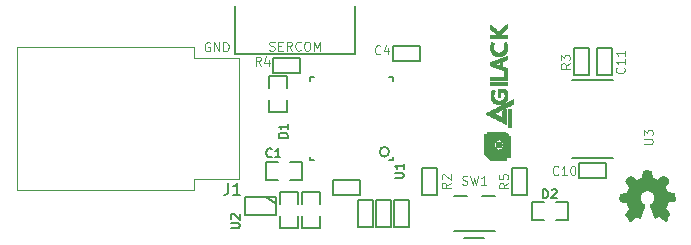
<source format=gbr>
G04 #@! TF.FileFunction,Legend,Top*
%FSLAX46Y46*%
G04 Gerber Fmt 4.6, Leading zero omitted, Abs format (unit mm)*
G04 Created by KiCad (PCBNEW 4.0.2+dfsg1-stable) date jeu. 11 mai 2017 22:37:16 CEST*
%MOMM*%
G01*
G04 APERTURE LIST*
%ADD10C,0.100000*%
%ADD11C,0.101600*%
%ADD12C,0.152400*%
%ADD13C,0.127000*%
%ADD14C,0.150000*%
%ADD15C,0.203200*%
%ADD16C,0.027940*%
%ADD17C,0.124460*%
G04 APERTURE END LIST*
D10*
D11*
X126305128Y-78079600D02*
X126232557Y-78043314D01*
X126123700Y-78043314D01*
X126014843Y-78079600D01*
X125942271Y-78152171D01*
X125905986Y-78224743D01*
X125869700Y-78369886D01*
X125869700Y-78478743D01*
X125905986Y-78623886D01*
X125942271Y-78696457D01*
X126014843Y-78769029D01*
X126123700Y-78805314D01*
X126196271Y-78805314D01*
X126305128Y-78769029D01*
X126341414Y-78732743D01*
X126341414Y-78478743D01*
X126196271Y-78478743D01*
X126667986Y-78805314D02*
X126667986Y-78043314D01*
X127103414Y-78805314D01*
X127103414Y-78043314D01*
X127466272Y-78805314D02*
X127466272Y-78043314D01*
X127647700Y-78043314D01*
X127756557Y-78079600D01*
X127829129Y-78152171D01*
X127865414Y-78224743D01*
X127901700Y-78369886D01*
X127901700Y-78478743D01*
X127865414Y-78623886D01*
X127829129Y-78696457D01*
X127756557Y-78769029D01*
X127647700Y-78805314D01*
X127466272Y-78805314D01*
D12*
X128450000Y-79000000D02*
X138610000Y-79000000D01*
D11*
X131371000Y-78708429D02*
X131479857Y-78744714D01*
X131661286Y-78744714D01*
X131733857Y-78708429D01*
X131770143Y-78672143D01*
X131806428Y-78599571D01*
X131806428Y-78527000D01*
X131770143Y-78454429D01*
X131733857Y-78418143D01*
X131661286Y-78381857D01*
X131516143Y-78345571D01*
X131443571Y-78309286D01*
X131407286Y-78273000D01*
X131371000Y-78200429D01*
X131371000Y-78127857D01*
X131407286Y-78055286D01*
X131443571Y-78019000D01*
X131516143Y-77982714D01*
X131697571Y-77982714D01*
X131806428Y-78019000D01*
X132133000Y-78345571D02*
X132387000Y-78345571D01*
X132495857Y-78744714D02*
X132133000Y-78744714D01*
X132133000Y-77982714D01*
X132495857Y-77982714D01*
X133257857Y-78744714D02*
X133003857Y-78381857D01*
X132822429Y-78744714D02*
X132822429Y-77982714D01*
X133112714Y-77982714D01*
X133185286Y-78019000D01*
X133221571Y-78055286D01*
X133257857Y-78127857D01*
X133257857Y-78236714D01*
X133221571Y-78309286D01*
X133185286Y-78345571D01*
X133112714Y-78381857D01*
X132822429Y-78381857D01*
X134019857Y-78672143D02*
X133983571Y-78708429D01*
X133874714Y-78744714D01*
X133802143Y-78744714D01*
X133693286Y-78708429D01*
X133620714Y-78635857D01*
X133584429Y-78563286D01*
X133548143Y-78418143D01*
X133548143Y-78309286D01*
X133584429Y-78164143D01*
X133620714Y-78091571D01*
X133693286Y-78019000D01*
X133802143Y-77982714D01*
X133874714Y-77982714D01*
X133983571Y-78019000D01*
X134019857Y-78055286D01*
X134491571Y-77982714D02*
X134636714Y-77982714D01*
X134709286Y-78019000D01*
X134781857Y-78091571D01*
X134818143Y-78236714D01*
X134818143Y-78490714D01*
X134781857Y-78635857D01*
X134709286Y-78708429D01*
X134636714Y-78744714D01*
X134491571Y-78744714D01*
X134419000Y-78708429D01*
X134346429Y-78635857D01*
X134310143Y-78490714D01*
X134310143Y-78236714D01*
X134346429Y-78091571D01*
X134419000Y-78019000D01*
X134491571Y-77982714D01*
X135144715Y-78744714D02*
X135144715Y-77982714D01*
X135398715Y-78527000D01*
X135652715Y-77982714D01*
X135652715Y-78744714D01*
D12*
X138610000Y-75000000D02*
X138610000Y-79000000D01*
X128450000Y-75000000D02*
X128450000Y-79000000D01*
D13*
X132080000Y-89725500D02*
X131064000Y-89725500D01*
X131064000Y-89725500D02*
X131064000Y-88201500D01*
X131064000Y-88201500D02*
X132080000Y-88201500D01*
X133096000Y-88201500D02*
X134112000Y-88201500D01*
X134112000Y-88201500D02*
X134112000Y-89725500D01*
X134112000Y-89725500D02*
X133096000Y-89725500D01*
X134112000Y-91694000D02*
X134112000Y-90678000D01*
X134112000Y-90678000D02*
X135636000Y-90678000D01*
X135636000Y-90678000D02*
X135636000Y-91694000D01*
X135636000Y-92710000D02*
X135636000Y-93726000D01*
X135636000Y-93726000D02*
X134112000Y-93726000D01*
X134112000Y-93726000D02*
X134112000Y-92710000D01*
X133794500Y-92710000D02*
X133794500Y-93726000D01*
X133794500Y-93726000D02*
X132270500Y-93726000D01*
X132270500Y-93726000D02*
X132270500Y-92710000D01*
X132270500Y-91694000D02*
X132270500Y-90678000D01*
X132270500Y-90678000D02*
X133794500Y-90678000D01*
X133794500Y-90678000D02*
X133794500Y-91694000D01*
X131064000Y-91122500D02*
X131826000Y-91630500D01*
X129286000Y-91122500D02*
X131889500Y-91122500D01*
X131889500Y-91122500D02*
X131889500Y-92646500D01*
X131889500Y-92646500D02*
X129286000Y-92646500D01*
X129286000Y-92646500D02*
X129286000Y-91122500D01*
D14*
X141498609Y-87312500D02*
G75*
G03X141498609Y-87312500I-401609J0D01*
G01*
X134803000Y-88018500D02*
X134803000Y-87718500D01*
X134803000Y-88018500D02*
X135103000Y-88018500D01*
X134803000Y-81018500D02*
X135103000Y-81018500D01*
X134803000Y-81018500D02*
X134803000Y-81318500D01*
X141803000Y-81018500D02*
X141803000Y-81318500D01*
X141803000Y-81018500D02*
X141503000Y-81018500D01*
X141803000Y-88018500D02*
X141803000Y-87718500D01*
X141803000Y-88018500D02*
X141503000Y-88018500D01*
D13*
X139001500Y-90932000D02*
X136715500Y-90932000D01*
X136715500Y-90932000D02*
X136715500Y-89662000D01*
X136715500Y-89662000D02*
X139001500Y-89662000D01*
X139001500Y-89662000D02*
X139001500Y-90932000D01*
X140144500Y-91376500D02*
X140144500Y-93662500D01*
X140144500Y-93662500D02*
X138874500Y-93662500D01*
X138874500Y-93662500D02*
X138874500Y-91376500D01*
X138874500Y-91376500D02*
X140144500Y-91376500D01*
X143192500Y-91376500D02*
X143192500Y-93662500D01*
X143192500Y-93662500D02*
X141922500Y-93662500D01*
X141922500Y-93662500D02*
X141922500Y-91376500D01*
X141922500Y-91376500D02*
X143192500Y-91376500D01*
X141668500Y-91376500D02*
X141668500Y-93662500D01*
X141668500Y-93662500D02*
X140398500Y-93662500D01*
X140398500Y-93662500D02*
X140398500Y-91376500D01*
X140398500Y-91376500D02*
X141668500Y-91376500D01*
X141859000Y-78359000D02*
X144145000Y-78359000D01*
X144145000Y-78359000D02*
X144145000Y-79629000D01*
X144145000Y-79629000D02*
X141859000Y-79629000D01*
X141859000Y-79629000D02*
X141859000Y-78359000D01*
D15*
X160497520Y-81200000D02*
X157002480Y-81200000D01*
X157002480Y-87800000D02*
X160497520Y-87800000D01*
D13*
X157124400Y-80848200D02*
X157124400Y-78562200D01*
X157124400Y-78562200D02*
X158394400Y-78562200D01*
X158394400Y-78562200D02*
X158394400Y-80848200D01*
X158394400Y-80848200D02*
X157124400Y-80848200D01*
X157607000Y-88290400D02*
X159893000Y-88290400D01*
X159893000Y-88290400D02*
X159893000Y-89560400D01*
X159893000Y-89560400D02*
X157607000Y-89560400D01*
X157607000Y-89560400D02*
X157607000Y-88290400D01*
X159105600Y-80848200D02*
X159105600Y-78562200D01*
X159105600Y-78562200D02*
X160375600Y-78562200D01*
X160375600Y-78562200D02*
X160375600Y-80848200D01*
X160375600Y-80848200D02*
X159105600Y-80848200D01*
X145592800Y-88671400D02*
X145592800Y-90957400D01*
X145592800Y-90957400D02*
X144322800Y-90957400D01*
X144322800Y-90957400D02*
X144322800Y-88671400D01*
X144322800Y-88671400D02*
X145592800Y-88671400D01*
X154584400Y-93091000D02*
X153568400Y-93091000D01*
X153568400Y-93091000D02*
X153568400Y-91567000D01*
X153568400Y-91567000D02*
X154584400Y-91567000D01*
X155600400Y-91567000D02*
X156616400Y-91567000D01*
X156616400Y-91567000D02*
X156616400Y-93091000D01*
X156616400Y-93091000D02*
X155600400Y-93091000D01*
X151892000Y-90957400D02*
X151892000Y-88671400D01*
X151892000Y-88671400D02*
X153162000Y-88671400D01*
X153162000Y-88671400D02*
X153162000Y-90957400D01*
X153162000Y-90957400D02*
X151892000Y-90957400D01*
D16*
X163167060Y-88869520D02*
X163421060Y-88869520D01*
X163014660Y-88894920D02*
X163649660Y-88894920D01*
X163014660Y-88920320D02*
X163649660Y-88920320D01*
X162989260Y-88945720D02*
X163675060Y-88945720D01*
X162989260Y-88971120D02*
X163675060Y-88971120D01*
X162989260Y-88996520D02*
X163675060Y-88996520D01*
X162989260Y-89021920D02*
X163675060Y-89021920D01*
X162989260Y-89047320D02*
X163675060Y-89047320D01*
X162989260Y-89072720D02*
X163675060Y-89072720D01*
X162963860Y-89098120D02*
X163700460Y-89098120D01*
X162963860Y-89123520D02*
X163700460Y-89123520D01*
X162963860Y-89148920D02*
X163700460Y-89148920D01*
X162963860Y-89174320D02*
X163700460Y-89174320D01*
X162963860Y-89199720D02*
X163700460Y-89199720D01*
X162938460Y-89225120D02*
X163700460Y-89225120D01*
X162938460Y-89250520D02*
X163725860Y-89250520D01*
X162938460Y-89275920D02*
X163725860Y-89275920D01*
X162938460Y-89301320D02*
X163725860Y-89301320D01*
X162938460Y-89326720D02*
X163725860Y-89326720D01*
X161897060Y-89352120D02*
X161973260Y-89352120D01*
X162938460Y-89352120D02*
X163725860Y-89352120D01*
X164665660Y-89352120D02*
X164767260Y-89352120D01*
X161871660Y-89377520D02*
X161998660Y-89377520D01*
X162913060Y-89377520D02*
X163725860Y-89377520D01*
X164614860Y-89377520D02*
X164792660Y-89377520D01*
X161846260Y-89402920D02*
X162049460Y-89402920D01*
X162913060Y-89402920D02*
X163725860Y-89402920D01*
X164589460Y-89402920D02*
X164818060Y-89402920D01*
X161795460Y-89428320D02*
X162074860Y-89428320D01*
X162913060Y-89428320D02*
X163751260Y-89428320D01*
X164538660Y-89428320D02*
X164868860Y-89428320D01*
X161770060Y-89453720D02*
X162125660Y-89453720D01*
X162913060Y-89453720D02*
X163751260Y-89453720D01*
X164513260Y-89453720D02*
X164894260Y-89453720D01*
X161744660Y-89479120D02*
X162151060Y-89479120D01*
X162913060Y-89479120D02*
X163751260Y-89479120D01*
X164462460Y-89479120D02*
X164919660Y-89479120D01*
X161719260Y-89504520D02*
X162176460Y-89504520D01*
X162887660Y-89504520D02*
X163751260Y-89504520D01*
X164437060Y-89504520D02*
X164945060Y-89504520D01*
X161693860Y-89529920D02*
X162227260Y-89529920D01*
X162811460Y-89529920D02*
X163852860Y-89529920D01*
X164386260Y-89529920D02*
X164970460Y-89529920D01*
X161668460Y-89555320D02*
X162252660Y-89555320D01*
X162735260Y-89555320D02*
X163929060Y-89555320D01*
X164360860Y-89555320D02*
X164995860Y-89555320D01*
X161643060Y-89580720D02*
X162303460Y-89580720D01*
X162659060Y-89580720D02*
X163979860Y-89580720D01*
X164310060Y-89580720D02*
X165021260Y-89580720D01*
X161617660Y-89606120D02*
X162328860Y-89606120D01*
X162608260Y-89606120D02*
X164056060Y-89606120D01*
X164284660Y-89606120D02*
X165046660Y-89606120D01*
X161592260Y-89631520D02*
X162354260Y-89631520D01*
X162557460Y-89631520D02*
X164106860Y-89631520D01*
X164259260Y-89631520D02*
X165072060Y-89631520D01*
X161566860Y-89656920D02*
X162405060Y-89656920D01*
X162506660Y-89656920D02*
X164157660Y-89656920D01*
X164208460Y-89656920D02*
X165097460Y-89656920D01*
X161541460Y-89682320D02*
X162430460Y-89682320D01*
X162455860Y-89682320D02*
X165122860Y-89682320D01*
X161516060Y-89707720D02*
X165122860Y-89707720D01*
X161516060Y-89733120D02*
X165148260Y-89733120D01*
X161490660Y-89758520D02*
X165148260Y-89758520D01*
X161490660Y-89783920D02*
X165148260Y-89783920D01*
X161516060Y-89809320D02*
X165148260Y-89809320D01*
X161516060Y-89834720D02*
X165122860Y-89834720D01*
X161541460Y-89860120D02*
X165122860Y-89860120D01*
X161566860Y-89885520D02*
X165097460Y-89885520D01*
X161566860Y-89910920D02*
X165072060Y-89910920D01*
X161592260Y-89936320D02*
X165046660Y-89936320D01*
X161617660Y-89961720D02*
X165046660Y-89961720D01*
X161643060Y-89987120D02*
X165021260Y-89987120D01*
X161643060Y-90012520D02*
X164995860Y-90012520D01*
X161668460Y-90037920D02*
X164995860Y-90037920D01*
X161693860Y-90063320D02*
X164970460Y-90063320D01*
X161693860Y-90088720D02*
X164945060Y-90088720D01*
X161719260Y-90114120D02*
X164919660Y-90114120D01*
X161744660Y-90139520D02*
X164919660Y-90139520D01*
X161744660Y-90164920D02*
X164894260Y-90164920D01*
X161770060Y-90190320D02*
X164868860Y-90190320D01*
X161795460Y-90215720D02*
X164843460Y-90215720D01*
X161795460Y-90241120D02*
X164843460Y-90241120D01*
X161820860Y-90266520D02*
X164818060Y-90266520D01*
X161820860Y-90291920D02*
X164818060Y-90291920D01*
X161820860Y-90317320D02*
X164843460Y-90317320D01*
X161795460Y-90342720D02*
X164868860Y-90342720D01*
X161795460Y-90368120D02*
X164868860Y-90368120D01*
X161770060Y-90393520D02*
X164894260Y-90393520D01*
X161770060Y-90418920D02*
X164894260Y-90418920D01*
X161744660Y-90444320D02*
X164919660Y-90444320D01*
X161744660Y-90469720D02*
X164919660Y-90469720D01*
X161719260Y-90495120D02*
X164945060Y-90495120D01*
X161719260Y-90520520D02*
X164945060Y-90520520D01*
X161693860Y-90545920D02*
X164945060Y-90545920D01*
X161693860Y-90571320D02*
X163217860Y-90571320D01*
X163446460Y-90571320D02*
X164970460Y-90571320D01*
X161693860Y-90596720D02*
X163141660Y-90596720D01*
X163522660Y-90596720D02*
X164970460Y-90596720D01*
X161668460Y-90622120D02*
X163065460Y-90622120D01*
X163598860Y-90622120D02*
X164995860Y-90622120D01*
X161668460Y-90647520D02*
X163014660Y-90647520D01*
X163649660Y-90647520D02*
X164995860Y-90647520D01*
X161668460Y-90672920D02*
X162989260Y-90672920D01*
X163675060Y-90672920D02*
X164995860Y-90672920D01*
X161643060Y-90698320D02*
X162938460Y-90698320D01*
X163725860Y-90698320D02*
X165021260Y-90698320D01*
X161643060Y-90723720D02*
X162913060Y-90723720D01*
X163751260Y-90723720D02*
X165097460Y-90723720D01*
X161643060Y-90749120D02*
X162887660Y-90749120D01*
X163776660Y-90749120D02*
X165249860Y-90749120D01*
X161617660Y-90774520D02*
X162862260Y-90774520D01*
X163802060Y-90774520D02*
X165376860Y-90774520D01*
X161465260Y-90799920D02*
X162836860Y-90799920D01*
X163827460Y-90799920D02*
X165529260Y-90799920D01*
X161312860Y-90825320D02*
X162836860Y-90825320D01*
X163827460Y-90825320D02*
X165630860Y-90825320D01*
X161160460Y-90850720D02*
X162811460Y-90850720D01*
X163852860Y-90850720D02*
X165630860Y-90850720D01*
X161033460Y-90876120D02*
X162786060Y-90876120D01*
X163878260Y-90876120D02*
X165656260Y-90876120D01*
X161008060Y-90901520D02*
X162786060Y-90901520D01*
X163878260Y-90901520D02*
X165656260Y-90901520D01*
X161008060Y-90926920D02*
X162760660Y-90926920D01*
X163903660Y-90926920D02*
X165656260Y-90926920D01*
X161008060Y-90952320D02*
X162760660Y-90952320D01*
X163903660Y-90952320D02*
X165656260Y-90952320D01*
X161008060Y-90977720D02*
X162735260Y-90977720D01*
X163929060Y-90977720D02*
X165656260Y-90977720D01*
X161008060Y-91003120D02*
X162735260Y-91003120D01*
X163929060Y-91003120D02*
X165656260Y-91003120D01*
X161008060Y-91028520D02*
X162735260Y-91028520D01*
X163929060Y-91028520D02*
X165656260Y-91028520D01*
X161008060Y-91053920D02*
X162735260Y-91053920D01*
X163954460Y-91053920D02*
X165656260Y-91053920D01*
X161008060Y-91079320D02*
X162709860Y-91079320D01*
X163954460Y-91079320D02*
X165656260Y-91079320D01*
X161008060Y-91104720D02*
X162709860Y-91104720D01*
X163954460Y-91104720D02*
X165681660Y-91104720D01*
X160982660Y-91130120D02*
X162709860Y-91130120D01*
X163954460Y-91130120D02*
X165681660Y-91130120D01*
X160982660Y-91155520D02*
X162709860Y-91155520D01*
X163954460Y-91155520D02*
X165681660Y-91155520D01*
X160982660Y-91180920D02*
X162709860Y-91180920D01*
X163954460Y-91180920D02*
X165681660Y-91180920D01*
X160982660Y-91206320D02*
X162709860Y-91206320D01*
X163954460Y-91206320D02*
X165681660Y-91206320D01*
X160982660Y-91231720D02*
X162709860Y-91231720D01*
X163954460Y-91231720D02*
X165681660Y-91231720D01*
X160982660Y-91257120D02*
X162709860Y-91257120D01*
X163954460Y-91257120D02*
X165681660Y-91257120D01*
X160982660Y-91282520D02*
X162709860Y-91282520D01*
X163954460Y-91282520D02*
X165681660Y-91282520D01*
X160982660Y-91307920D02*
X162709860Y-91307920D01*
X163954460Y-91307920D02*
X165681660Y-91307920D01*
X160982660Y-91333320D02*
X162735260Y-91333320D01*
X163954460Y-91333320D02*
X165681660Y-91333320D01*
X161008060Y-91358720D02*
X162735260Y-91358720D01*
X163929060Y-91358720D02*
X165681660Y-91358720D01*
X161008060Y-91384120D02*
X162735260Y-91384120D01*
X163929060Y-91384120D02*
X165656260Y-91384120D01*
X161008060Y-91409520D02*
X162760660Y-91409520D01*
X163929060Y-91409520D02*
X165656260Y-91409520D01*
X161008060Y-91434920D02*
X162760660Y-91434920D01*
X163903660Y-91434920D02*
X165656260Y-91434920D01*
X161008060Y-91460320D02*
X162760660Y-91460320D01*
X163903660Y-91460320D02*
X165630860Y-91460320D01*
X161008060Y-91485720D02*
X162786060Y-91485720D01*
X163878260Y-91485720D02*
X165478460Y-91485720D01*
X161109660Y-91511120D02*
X162811460Y-91511120D01*
X163878260Y-91511120D02*
X165326060Y-91511120D01*
X161236660Y-91536520D02*
X162811460Y-91536520D01*
X163852860Y-91536520D02*
X165148260Y-91536520D01*
X161389060Y-91561920D02*
X162836860Y-91561920D01*
X163827460Y-91561920D02*
X165046660Y-91561920D01*
X161516060Y-91587320D02*
X162862260Y-91587320D01*
X163802060Y-91587320D02*
X165046660Y-91587320D01*
X161617660Y-91612720D02*
X162887660Y-91612720D01*
X163802060Y-91612720D02*
X165046660Y-91612720D01*
X161643060Y-91638120D02*
X162887660Y-91638120D01*
X163776660Y-91638120D02*
X165021260Y-91638120D01*
X161643060Y-91663520D02*
X162938460Y-91663520D01*
X163725860Y-91663520D02*
X165021260Y-91663520D01*
X161643060Y-91688920D02*
X162963860Y-91688920D01*
X163700460Y-91688920D02*
X165021260Y-91688920D01*
X161643060Y-91714320D02*
X162989260Y-91714320D01*
X163675060Y-91714320D02*
X165021260Y-91714320D01*
X161668460Y-91739720D02*
X163040060Y-91739720D01*
X163624260Y-91739720D02*
X164995860Y-91739720D01*
X161668460Y-91765120D02*
X163090860Y-91765120D01*
X163573460Y-91765120D02*
X164995860Y-91765120D01*
X161668460Y-91790520D02*
X163116260Y-91790520D01*
X163573460Y-91790520D02*
X164995860Y-91790520D01*
X161693860Y-91815920D02*
X163116260Y-91815920D01*
X163573460Y-91815920D02*
X164970460Y-91815920D01*
X161693860Y-91841320D02*
X163116260Y-91841320D01*
X163573460Y-91841320D02*
X164970460Y-91841320D01*
X161693860Y-91866720D02*
X163090860Y-91866720D01*
X163598860Y-91866720D02*
X164945060Y-91866720D01*
X161719260Y-91892120D02*
X163090860Y-91892120D01*
X163598860Y-91892120D02*
X164945060Y-91892120D01*
X161719260Y-91917520D02*
X163090860Y-91917520D01*
X163598860Y-91917520D02*
X164945060Y-91917520D01*
X161744660Y-91942920D02*
X163065460Y-91942920D01*
X163624260Y-91942920D02*
X164919660Y-91942920D01*
X161744660Y-91968320D02*
X163065460Y-91968320D01*
X163624260Y-91968320D02*
X164919660Y-91968320D01*
X161770060Y-91993720D02*
X163040060Y-91993720D01*
X163649660Y-91993720D02*
X164894260Y-91993720D01*
X161770060Y-92019120D02*
X163040060Y-92019120D01*
X163649660Y-92019120D02*
X164894260Y-92019120D01*
X161795460Y-92044520D02*
X163040060Y-92044520D01*
X163649660Y-92044520D02*
X164868860Y-92044520D01*
X161795460Y-92069920D02*
X163014660Y-92069920D01*
X163675060Y-92069920D02*
X164894260Y-92069920D01*
X161820860Y-92095320D02*
X163014660Y-92095320D01*
X163675060Y-92095320D02*
X164894260Y-92095320D01*
X161820860Y-92120720D02*
X163014660Y-92120720D01*
X163700460Y-92120720D02*
X164919660Y-92120720D01*
X161820860Y-92146120D02*
X162989260Y-92146120D01*
X163700460Y-92146120D02*
X164945060Y-92146120D01*
X161820860Y-92171520D02*
X162989260Y-92171520D01*
X163700460Y-92171520D02*
X164970460Y-92171520D01*
X161795460Y-92196920D02*
X162989260Y-92196920D01*
X163725860Y-92196920D02*
X164970460Y-92196920D01*
X161770060Y-92222320D02*
X162963860Y-92222320D01*
X163725860Y-92222320D02*
X164995860Y-92222320D01*
X161744660Y-92247720D02*
X162963860Y-92247720D01*
X163725860Y-92247720D02*
X165021260Y-92247720D01*
X161744660Y-92273120D02*
X162963860Y-92273120D01*
X163751260Y-92273120D02*
X165021260Y-92273120D01*
X161719260Y-92298520D02*
X162938460Y-92298520D01*
X163751260Y-92298520D02*
X165046660Y-92298520D01*
X161693860Y-92323920D02*
X162938460Y-92323920D01*
X163776660Y-92323920D02*
X165072060Y-92323920D01*
X161668460Y-92349320D02*
X162938460Y-92349320D01*
X163776660Y-92349320D02*
X165072060Y-92349320D01*
X161668460Y-92374720D02*
X162913060Y-92374720D01*
X163776660Y-92374720D02*
X165097460Y-92374720D01*
X161643060Y-92400120D02*
X162913060Y-92400120D01*
X163802060Y-92400120D02*
X165122860Y-92400120D01*
X161617660Y-92425520D02*
X162887660Y-92425520D01*
X163802060Y-92425520D02*
X165122860Y-92425520D01*
X161617660Y-92450920D02*
X162887660Y-92450920D01*
X163827460Y-92450920D02*
X165148260Y-92450920D01*
X161592260Y-92476320D02*
X162887660Y-92476320D01*
X163827460Y-92476320D02*
X165173660Y-92476320D01*
X161566860Y-92501720D02*
X162862260Y-92501720D01*
X163827460Y-92501720D02*
X165199060Y-92501720D01*
X161541460Y-92527120D02*
X162862260Y-92527120D01*
X163852860Y-92527120D02*
X165199060Y-92527120D01*
X161541460Y-92552520D02*
X162862260Y-92552520D01*
X163852860Y-92552520D02*
X165224460Y-92552520D01*
X161516060Y-92577920D02*
X162836860Y-92577920D01*
X163878260Y-92577920D02*
X165224460Y-92577920D01*
X161490660Y-92603320D02*
X162836860Y-92603320D01*
X163878260Y-92603320D02*
X165224460Y-92603320D01*
X161490660Y-92628720D02*
X162836860Y-92628720D01*
X163878260Y-92628720D02*
X165199060Y-92628720D01*
X161490660Y-92654120D02*
X162811460Y-92654120D01*
X163903660Y-92654120D02*
X165173660Y-92654120D01*
X161490660Y-92679520D02*
X162811460Y-92679520D01*
X163903660Y-92679520D02*
X165148260Y-92679520D01*
X161516060Y-92704920D02*
X162811460Y-92704920D01*
X163903660Y-92704920D02*
X165122860Y-92704920D01*
X161541460Y-92730320D02*
X162786060Y-92730320D01*
X163929060Y-92730320D02*
X165122860Y-92730320D01*
X161566860Y-92755720D02*
X162786060Y-92755720D01*
X163929060Y-92755720D02*
X164284660Y-92755720D01*
X164335460Y-92755720D02*
X165097460Y-92755720D01*
X161592260Y-92781120D02*
X162786060Y-92781120D01*
X163954460Y-92781120D02*
X164208460Y-92781120D01*
X164411660Y-92781120D02*
X165072060Y-92781120D01*
X161617660Y-92806520D02*
X162379660Y-92806520D01*
X162506660Y-92806520D02*
X162760660Y-92806520D01*
X163954460Y-92806520D02*
X164157660Y-92806520D01*
X164437060Y-92806520D02*
X165046660Y-92806520D01*
X161643060Y-92831920D02*
X162328860Y-92831920D01*
X162582860Y-92831920D02*
X162760660Y-92831920D01*
X163954460Y-92831920D02*
X164106860Y-92831920D01*
X164462460Y-92831920D02*
X165021260Y-92831920D01*
X161668460Y-92857320D02*
X162278060Y-92857320D01*
X162633660Y-92857320D02*
X162735260Y-92857320D01*
X163979860Y-92857320D02*
X164056060Y-92857320D01*
X164487860Y-92857320D02*
X165046660Y-92857320D01*
X161693860Y-92882720D02*
X162252660Y-92882720D01*
X162684460Y-92882720D02*
X162735260Y-92882720D01*
X163979860Y-92882720D02*
X164005260Y-92882720D01*
X164487860Y-92882720D02*
X165046660Y-92882720D01*
X161719260Y-92908120D02*
X162201860Y-92908120D01*
X164538660Y-92908120D02*
X165046660Y-92908120D01*
X161744660Y-92933520D02*
X162176460Y-92933520D01*
X164564060Y-92933520D02*
X165046660Y-92933520D01*
X161744660Y-92958920D02*
X162125660Y-92958920D01*
X164589460Y-92958920D02*
X165046660Y-92958920D01*
X161744660Y-92984320D02*
X162100260Y-92984320D01*
X164640260Y-92984320D02*
X165046660Y-92984320D01*
X161744660Y-93009720D02*
X162074860Y-93009720D01*
X164691060Y-93009720D02*
X165021260Y-93009720D01*
X161770060Y-93035120D02*
X162049460Y-93035120D01*
X164741860Y-93035120D02*
X165021260Y-93035120D01*
X161770060Y-93060520D02*
X162024060Y-93060520D01*
X164767260Y-93060520D02*
X164995860Y-93060520D01*
X161795460Y-93085920D02*
X162024060Y-93085920D01*
X164792660Y-93085920D02*
X164995860Y-93085920D01*
X161820860Y-93111320D02*
X161998660Y-93111320D01*
X164818060Y-93111320D02*
X164970460Y-93111320D01*
X161846260Y-93136720D02*
X161998660Y-93136720D01*
X164843460Y-93136720D02*
X164945060Y-93136720D01*
X161871660Y-93162120D02*
X161973260Y-93162120D01*
X164868860Y-93162120D02*
X164919660Y-93162120D01*
X161897060Y-93187520D02*
X161973260Y-93187520D01*
X149524720Y-87462360D02*
X149524720Y-85811360D01*
X149550120Y-87487760D02*
X149550120Y-85811360D01*
X149575520Y-87513160D02*
X149575520Y-85811360D01*
X149600920Y-87538560D02*
X149600920Y-85811360D01*
X149626320Y-87563960D02*
X149626320Y-85811360D01*
X149651720Y-87589360D02*
X149651720Y-85811360D01*
X149677120Y-87614760D02*
X149677120Y-85811360D01*
X149677120Y-84084160D02*
X149677120Y-84058760D01*
X149702520Y-87640160D02*
X149702520Y-87335360D01*
X149702520Y-84109560D02*
X149702520Y-84033360D01*
X149727920Y-87665560D02*
X149727920Y-87360760D01*
X149727920Y-84109560D02*
X149727920Y-84033360D01*
X149753320Y-87690960D02*
X149753320Y-87386160D01*
X149753320Y-84134960D02*
X149753320Y-84007960D01*
X149778720Y-87716360D02*
X149778720Y-87411560D01*
X149778720Y-87335360D02*
X149778720Y-85658960D01*
X149778720Y-84134960D02*
X149778720Y-84007960D01*
X149804120Y-87741760D02*
X149804120Y-87436960D01*
X149804120Y-87360760D02*
X149804120Y-85658960D01*
X149804120Y-84160360D02*
X149804120Y-83982560D01*
X149829520Y-87767160D02*
X149829520Y-87462360D01*
X149829520Y-87386160D02*
X149829520Y-85709760D01*
X149829520Y-85684360D02*
X149829520Y-85658960D01*
X149829520Y-84160360D02*
X149829520Y-83982560D01*
X149854920Y-87792560D02*
X149854920Y-87487760D01*
X149854920Y-87411560D02*
X149854920Y-85735160D01*
X149854920Y-85684360D02*
X149854920Y-85658960D01*
X149854920Y-84185760D02*
X149854920Y-83957160D01*
X149880320Y-87817960D02*
X149880320Y-87513160D01*
X149880320Y-87436960D02*
X149880320Y-85760560D01*
X149880320Y-85684360D02*
X149880320Y-85658960D01*
X149880320Y-84185760D02*
X149880320Y-83957160D01*
X149905720Y-87843360D02*
X149905720Y-87538560D01*
X149905720Y-87462360D02*
X149905720Y-85785960D01*
X149905720Y-85684360D02*
X149905720Y-85658960D01*
X149905720Y-84211160D02*
X149905720Y-83931760D01*
X149931120Y-87868760D02*
X149931120Y-87563960D01*
X149931120Y-87487760D02*
X149931120Y-85811360D01*
X149931120Y-85684360D02*
X149931120Y-85658960D01*
X149931120Y-84211160D02*
X149931120Y-83931760D01*
X149956520Y-87894160D02*
X149956520Y-87589360D01*
X149956520Y-87513160D02*
X149956520Y-85836760D01*
X149956520Y-85684360D02*
X149956520Y-85658960D01*
X149956520Y-84236560D02*
X149956520Y-83906360D01*
X149981920Y-87919560D02*
X149981920Y-87614760D01*
X149981920Y-87538560D02*
X149981920Y-85862160D01*
X149981920Y-85684360D02*
X149981920Y-85658960D01*
X149981920Y-84236560D02*
X149981920Y-83906360D01*
X150007320Y-87944960D02*
X150007320Y-87640160D01*
X150007320Y-87563960D02*
X150007320Y-85887560D01*
X150007320Y-85735160D02*
X150007320Y-85658960D01*
X150007320Y-84261960D02*
X150007320Y-83880960D01*
X150032720Y-87970360D02*
X150032720Y-87665560D01*
X150032720Y-87589360D02*
X150032720Y-85912960D01*
X150032720Y-85735160D02*
X150032720Y-85658960D01*
X150032720Y-84261960D02*
X150032720Y-83880960D01*
X150058120Y-87970360D02*
X150058120Y-87665560D01*
X150058120Y-87614760D02*
X150058120Y-85938360D01*
X150058120Y-85785960D02*
X150058120Y-85658960D01*
X150058120Y-84287360D02*
X150058120Y-83855560D01*
X150083520Y-87970360D02*
X150083520Y-87690960D01*
X150083520Y-87640160D02*
X150083520Y-85963760D01*
X150083520Y-85811360D02*
X150083520Y-85658960D01*
X150083520Y-84287360D02*
X150083520Y-83855560D01*
X150083520Y-81696560D02*
X150083520Y-81442560D01*
X150083520Y-81264760D02*
X150083520Y-81010760D01*
X150083520Y-79994760D02*
X150083520Y-79715360D01*
X150083520Y-78699360D02*
X150083520Y-78242160D01*
X150083520Y-77683360D02*
X150083520Y-77429360D01*
X150083520Y-76895960D02*
X150083520Y-76540360D01*
X150108920Y-87970360D02*
X150108920Y-87741760D01*
X150108920Y-87665560D02*
X150108920Y-85989160D01*
X150108920Y-85836760D02*
X150108920Y-85658960D01*
X150108920Y-84312760D02*
X150108920Y-83830160D01*
X150108920Y-82763360D02*
X150108920Y-82331560D01*
X150108920Y-81696560D02*
X150108920Y-81442560D01*
X150108920Y-81264760D02*
X150108920Y-81010760D01*
X150108920Y-80020160D02*
X150108920Y-79715360D01*
X150108920Y-78775560D02*
X150108920Y-78140560D01*
X150108920Y-77683360D02*
X150108920Y-77429360D01*
X150108920Y-76921360D02*
X150108920Y-76565760D01*
X150134320Y-87970360D02*
X150134320Y-87741760D01*
X150134320Y-87690960D02*
X150134320Y-86014560D01*
X150134320Y-85862160D02*
X150134320Y-85658960D01*
X150134320Y-84312760D02*
X150134320Y-83830160D01*
X150134320Y-82864960D02*
X150134320Y-82255360D01*
X150134320Y-81696560D02*
X150134320Y-81442560D01*
X150134320Y-81264760D02*
X150134320Y-81010760D01*
X150134320Y-80020160D02*
X150134320Y-79689960D01*
X150134320Y-78826360D02*
X150134320Y-78089760D01*
X150134320Y-77683360D02*
X150134320Y-77429360D01*
X150134320Y-76946760D02*
X150134320Y-76591160D01*
X150159720Y-87970360D02*
X150159720Y-87767160D01*
X150159720Y-87716360D02*
X150159720Y-86039960D01*
X150159720Y-85887560D02*
X150159720Y-85658960D01*
X150159720Y-84338160D02*
X150159720Y-83804760D01*
X150159720Y-82915760D02*
X150159720Y-82179160D01*
X150159720Y-81696560D02*
X150159720Y-81442560D01*
X150159720Y-81264760D02*
X150159720Y-81010760D01*
X150159720Y-80020160D02*
X150159720Y-79689960D01*
X150159720Y-78877160D02*
X150159720Y-78038960D01*
X150159720Y-77683360D02*
X150159720Y-77429360D01*
X150159720Y-76972160D02*
X150159720Y-76616560D01*
X150185120Y-87970360D02*
X150185120Y-87792560D01*
X150185120Y-87716360D02*
X150185120Y-86065360D01*
X150185120Y-85912960D02*
X150185120Y-85709760D01*
X150185120Y-85684360D02*
X150185120Y-85658960D01*
X150185120Y-84338160D02*
X150185120Y-83804760D01*
X150185120Y-82966560D02*
X150185120Y-82128360D01*
X150185120Y-81696560D02*
X150185120Y-81442560D01*
X150185120Y-81264760D02*
X150185120Y-81010760D01*
X150185120Y-80045560D02*
X150185120Y-79689960D01*
X150185120Y-78927960D02*
X150185120Y-78038960D01*
X150185120Y-77683360D02*
X150185120Y-77429360D01*
X150185120Y-76997560D02*
X150185120Y-76641960D01*
X150210520Y-87970360D02*
X150210520Y-87792560D01*
X150210520Y-87716360D02*
X150210520Y-86090760D01*
X150210520Y-85938360D02*
X150210520Y-85735160D01*
X150210520Y-85684360D02*
X150210520Y-85658960D01*
X150210520Y-84363560D02*
X150210520Y-83779360D01*
X150210520Y-82991960D02*
X150210520Y-82077560D01*
X150210520Y-81696560D02*
X150210520Y-81442560D01*
X150210520Y-81264760D02*
X150210520Y-81010760D01*
X150210520Y-80045560D02*
X150210520Y-79664560D01*
X150210520Y-78953360D02*
X150210520Y-78038960D01*
X150210520Y-77683360D02*
X150210520Y-77429360D01*
X150210520Y-77022960D02*
X150210520Y-76667360D01*
X150235920Y-87970360D02*
X150235920Y-87792560D01*
X150235920Y-87716360D02*
X150235920Y-86116160D01*
X150235920Y-85963760D02*
X150235920Y-85760560D01*
X150235920Y-85684360D02*
X150235920Y-85658960D01*
X150235920Y-84363560D02*
X150235920Y-83779360D01*
X150235920Y-83042760D02*
X150235920Y-82052160D01*
X150235920Y-81696560D02*
X150235920Y-81442560D01*
X150235920Y-81264760D02*
X150235920Y-81010760D01*
X150235920Y-80045560D02*
X150235920Y-79664560D01*
X150235920Y-79004160D02*
X150235920Y-78064360D01*
X150235920Y-77683360D02*
X150235920Y-77429360D01*
X150235920Y-77048360D02*
X150235920Y-76692760D01*
X150261320Y-87970360D02*
X150261320Y-87792560D01*
X150261320Y-87716360D02*
X150261320Y-86141560D01*
X150261320Y-85989160D02*
X150261320Y-85785960D01*
X150261320Y-85684360D02*
X150261320Y-85658960D01*
X150261320Y-84388960D02*
X150261320Y-83753960D01*
X150261320Y-83068160D02*
X150261320Y-82052160D01*
X150261320Y-81696560D02*
X150261320Y-81442560D01*
X150261320Y-81264760D02*
X150261320Y-81010760D01*
X150261320Y-80070960D02*
X150261320Y-79639160D01*
X150261320Y-79029560D02*
X150261320Y-78064360D01*
X150261320Y-77683360D02*
X150261320Y-77429360D01*
X150261320Y-77048360D02*
X150261320Y-76718160D01*
X150286720Y-87970360D02*
X150286720Y-87792560D01*
X150286720Y-87716360D02*
X150286720Y-86166960D01*
X150286720Y-86014560D02*
X150286720Y-85811360D01*
X150286720Y-85684360D02*
X150286720Y-85658960D01*
X150286720Y-84388960D02*
X150286720Y-83753960D01*
X150286720Y-83093560D02*
X150286720Y-82052160D01*
X150286720Y-81696560D02*
X150286720Y-81442560D01*
X150286720Y-81264760D02*
X150286720Y-81010760D01*
X150286720Y-80070960D02*
X150286720Y-79639160D01*
X150286720Y-79054960D02*
X150286720Y-78089760D01*
X150286720Y-77683360D02*
X150286720Y-77429360D01*
X150286720Y-77073760D02*
X150286720Y-76743560D01*
X150312120Y-87970360D02*
X150312120Y-87792560D01*
X150312120Y-87716360D02*
X150312120Y-86192360D01*
X150312120Y-86039960D02*
X150312120Y-85836760D01*
X150312120Y-85709760D02*
X150312120Y-85658960D01*
X150312120Y-84414360D02*
X150312120Y-83728560D01*
X150312120Y-83118960D02*
X150312120Y-82077560D01*
X150312120Y-81696560D02*
X150312120Y-81442560D01*
X150312120Y-81264760D02*
X150312120Y-81010760D01*
X150312120Y-80070960D02*
X150312120Y-79639160D01*
X150312120Y-79054960D02*
X150312120Y-78089760D01*
X150312120Y-77683360D02*
X150312120Y-77429360D01*
X150312120Y-77099160D02*
X150312120Y-76768960D01*
X150337520Y-87970360D02*
X150337520Y-87792560D01*
X150337520Y-87716360D02*
X150337520Y-86217760D01*
X150337520Y-86065360D02*
X150337520Y-85862160D01*
X150337520Y-85735160D02*
X150337520Y-85658960D01*
X150337520Y-84414360D02*
X150337520Y-83728560D01*
X150337520Y-83144360D02*
X150337520Y-82102960D01*
X150337520Y-81696560D02*
X150337520Y-81442560D01*
X150337520Y-81264760D02*
X150337520Y-81010760D01*
X150337520Y-80096360D02*
X150337520Y-79613760D01*
X150337520Y-79080360D02*
X150337520Y-78623160D01*
X150337520Y-78267560D02*
X150337520Y-78089760D01*
X150337520Y-77683360D02*
X150337520Y-77429360D01*
X150337520Y-77124560D02*
X150337520Y-76794360D01*
X150362920Y-87970360D02*
X150362920Y-87792560D01*
X150362920Y-87716360D02*
X150362920Y-86243160D01*
X150362920Y-86090760D02*
X150362920Y-85887560D01*
X150362920Y-85760560D02*
X150362920Y-85658960D01*
X150362920Y-84439760D02*
X150362920Y-84084160D01*
X150362920Y-84058760D02*
X150362920Y-83703160D01*
X150362920Y-83144360D02*
X150362920Y-82687160D01*
X150362920Y-82382360D02*
X150362920Y-82102960D01*
X150362920Y-81696560D02*
X150362920Y-81442560D01*
X150362920Y-81264760D02*
X150362920Y-81010760D01*
X150362920Y-80096360D02*
X150362920Y-79613760D01*
X150362920Y-79105760D02*
X150362920Y-78673960D01*
X150362920Y-78191360D02*
X150362920Y-78115160D01*
X150362920Y-77683360D02*
X150362920Y-77429360D01*
X150362920Y-77149960D02*
X150362920Y-76819760D01*
X150388320Y-87970360D02*
X150388320Y-87792560D01*
X150388320Y-87716360D02*
X150388320Y-86801960D01*
X150388320Y-86598760D02*
X150388320Y-86268560D01*
X150388320Y-86116160D02*
X150388320Y-85912960D01*
X150388320Y-85785960D02*
X150388320Y-85658960D01*
X150388320Y-84439760D02*
X150388320Y-84084160D01*
X150388320Y-84058760D02*
X150388320Y-83703160D01*
X150388320Y-83169760D02*
X150388320Y-82763360D01*
X150388320Y-82280760D02*
X150388320Y-82128360D01*
X150388320Y-81696560D02*
X150388320Y-81442560D01*
X150388320Y-81264760D02*
X150388320Y-81010760D01*
X150388320Y-80121760D02*
X150388320Y-79613760D01*
X150388320Y-79131160D02*
X150388320Y-78724760D01*
X150388320Y-77683360D02*
X150388320Y-77429360D01*
X150388320Y-77175360D02*
X150388320Y-76819760D01*
X150413720Y-87970360D02*
X150413720Y-87792560D01*
X150413720Y-87716360D02*
X150413720Y-86878160D01*
X150413720Y-86522560D02*
X150413720Y-86293960D01*
X150413720Y-86141560D02*
X150413720Y-85938360D01*
X150413720Y-85811360D02*
X150413720Y-85658960D01*
X150413720Y-84465160D02*
X150413720Y-84109560D01*
X150413720Y-84033360D02*
X150413720Y-83677760D01*
X150413720Y-83195160D02*
X150413720Y-82788760D01*
X150413720Y-82229960D02*
X150413720Y-82128360D01*
X150413720Y-81696560D02*
X150413720Y-81442560D01*
X150413720Y-81264760D02*
X150413720Y-81010760D01*
X150413720Y-80121760D02*
X150413720Y-79588360D01*
X150413720Y-79131160D02*
X150413720Y-78775560D01*
X150413720Y-77683360D02*
X150413720Y-77429360D01*
X150413720Y-77200760D02*
X150413720Y-76845160D01*
X150439120Y-87970360D02*
X150439120Y-87792560D01*
X150439120Y-87716360D02*
X150439120Y-86903560D01*
X150439120Y-86471760D02*
X150439120Y-86319360D01*
X150439120Y-86166960D02*
X150439120Y-85963760D01*
X150439120Y-85836760D02*
X150439120Y-85658960D01*
X150439120Y-84465160D02*
X150439120Y-84109560D01*
X150439120Y-84033360D02*
X150439120Y-83677760D01*
X150439120Y-83195160D02*
X150439120Y-82839560D01*
X150439120Y-82179160D02*
X150439120Y-82153760D01*
X150439120Y-81696560D02*
X150439120Y-81442560D01*
X150439120Y-81264760D02*
X150439120Y-81010760D01*
X150439120Y-80121760D02*
X150439120Y-79867760D01*
X150439120Y-79842360D02*
X150439120Y-79588360D01*
X150439120Y-79156560D02*
X150439120Y-78800960D01*
X150439120Y-77683360D02*
X150439120Y-77429360D01*
X150439120Y-77226160D02*
X150439120Y-76870560D01*
X150464520Y-87970360D02*
X150464520Y-87792560D01*
X150464520Y-87716360D02*
X150464520Y-86954360D01*
X150464520Y-86446360D02*
X150464520Y-86344760D01*
X150464520Y-86192360D02*
X150464520Y-85989160D01*
X150464520Y-85862160D02*
X150464520Y-85658960D01*
X150464520Y-84490560D02*
X150464520Y-84134960D01*
X150464520Y-84007960D02*
X150464520Y-83652360D01*
X150464520Y-83220560D02*
X150464520Y-82864960D01*
X150464520Y-81696560D02*
X150464520Y-81442560D01*
X150464520Y-81264760D02*
X150464520Y-81010760D01*
X150464520Y-80147160D02*
X150464520Y-79893160D01*
X150464520Y-79842360D02*
X150464520Y-79562960D01*
X150464520Y-79156560D02*
X150464520Y-78826360D01*
X150464520Y-77683360D02*
X150464520Y-77429360D01*
X150464520Y-77226160D02*
X150464520Y-76895960D01*
X150489920Y-87970360D02*
X150489920Y-87792560D01*
X150489920Y-87716360D02*
X150489920Y-86979760D01*
X150489920Y-86420960D02*
X150489920Y-86370160D01*
X150489920Y-86217760D02*
X150489920Y-86014560D01*
X150489920Y-85887560D02*
X150489920Y-85658960D01*
X150489920Y-84490560D02*
X150489920Y-84134960D01*
X150489920Y-84007960D02*
X150489920Y-83652360D01*
X150489920Y-83220560D02*
X150489920Y-82890360D01*
X150489920Y-81696560D02*
X150489920Y-81442560D01*
X150489920Y-81264760D02*
X150489920Y-81010760D01*
X150489920Y-80147160D02*
X150489920Y-79893160D01*
X150489920Y-79842360D02*
X150489920Y-79562960D01*
X150489920Y-79181960D02*
X150489920Y-78851760D01*
X150489920Y-77683360D02*
X150489920Y-77429360D01*
X150489920Y-77251560D02*
X150489920Y-76921360D01*
X150515320Y-87970360D02*
X150515320Y-87792560D01*
X150515320Y-87716360D02*
X150515320Y-87005160D01*
X150515320Y-86776560D02*
X150515320Y-86598760D01*
X150515320Y-86395560D02*
X150515320Y-86370160D01*
X150515320Y-86243160D02*
X150515320Y-86039960D01*
X150515320Y-85912960D02*
X150515320Y-85658960D01*
X150515320Y-84515960D02*
X150515320Y-84134960D01*
X150515320Y-83982560D02*
X150515320Y-83626960D01*
X150515320Y-83245960D02*
X150515320Y-82915760D01*
X150515320Y-81696560D02*
X150515320Y-81442560D01*
X150515320Y-81264760D02*
X150515320Y-81010760D01*
X150515320Y-80147160D02*
X150515320Y-79893160D01*
X150515320Y-79816960D02*
X150515320Y-79562960D01*
X150515320Y-79181960D02*
X150515320Y-78851760D01*
X150515320Y-77683360D02*
X150515320Y-77429360D01*
X150515320Y-77276960D02*
X150515320Y-76946760D01*
X150540720Y-87970360D02*
X150540720Y-87792560D01*
X150540720Y-87716360D02*
X150540720Y-87030560D01*
X150540720Y-86827360D02*
X150540720Y-86547960D01*
X150540720Y-86268560D02*
X150540720Y-86065360D01*
X150540720Y-85938360D02*
X150540720Y-85658960D01*
X150540720Y-84515960D02*
X150540720Y-84160360D01*
X150540720Y-83982560D02*
X150540720Y-83626960D01*
X150540720Y-83245960D02*
X150540720Y-82941160D01*
X150540720Y-81696560D02*
X150540720Y-81442560D01*
X150540720Y-81264760D02*
X150540720Y-81010760D01*
X150540720Y-80172560D02*
X150540720Y-79918560D01*
X150540720Y-79816960D02*
X150540720Y-79537560D01*
X150540720Y-79181960D02*
X150540720Y-78877160D01*
X150540720Y-77683360D02*
X150540720Y-77429360D01*
X150540720Y-77302360D02*
X150540720Y-76972160D01*
X150566120Y-87970360D02*
X150566120Y-87792560D01*
X150566120Y-87716360D02*
X150566120Y-87055960D01*
X150566120Y-86852760D02*
X150566120Y-86522560D01*
X150566120Y-86293960D02*
X150566120Y-86090760D01*
X150566120Y-85963760D02*
X150566120Y-85658960D01*
X150566120Y-84541360D02*
X150566120Y-84160360D01*
X150566120Y-83957160D02*
X150566120Y-83601560D01*
X150566120Y-83245960D02*
X150566120Y-82941160D01*
X150566120Y-81696560D02*
X150566120Y-81442560D01*
X150566120Y-81264760D02*
X150566120Y-81010760D01*
X150566120Y-80172560D02*
X150566120Y-79918560D01*
X150566120Y-79816960D02*
X150566120Y-79537560D01*
X150566120Y-79181960D02*
X150566120Y-78877160D01*
X150566120Y-77683360D02*
X150566120Y-77429360D01*
X150566120Y-77327760D02*
X150566120Y-76997560D01*
X150591520Y-87970360D02*
X150591520Y-87792560D01*
X150591520Y-87716360D02*
X150591520Y-87081360D01*
X150591520Y-86878160D02*
X150591520Y-86497160D01*
X150591520Y-86293960D02*
X150591520Y-86116160D01*
X150591520Y-85989160D02*
X150591520Y-85658960D01*
X150591520Y-84541360D02*
X150591520Y-84185760D01*
X150591520Y-83957160D02*
X150591520Y-83576160D01*
X150591520Y-83245960D02*
X150591520Y-82966560D01*
X150591520Y-81696560D02*
X150591520Y-81442560D01*
X150591520Y-81264760D02*
X150591520Y-81010760D01*
X150591520Y-80197960D02*
X150591520Y-79918560D01*
X150591520Y-79791560D02*
X150591520Y-79537560D01*
X150591520Y-79207360D02*
X150591520Y-78902560D01*
X150591520Y-77683360D02*
X150591520Y-77429360D01*
X150591520Y-77353160D02*
X150591520Y-77022960D01*
X150616920Y-87970360D02*
X150616920Y-87792560D01*
X150616920Y-87716360D02*
X150616920Y-87106760D01*
X150616920Y-86903560D02*
X150616920Y-86471760D01*
X150616920Y-86293960D02*
X150616920Y-86141560D01*
X150616920Y-86014560D02*
X150616920Y-85658960D01*
X150616920Y-84566760D02*
X150616920Y-84185760D01*
X150616920Y-83931760D02*
X150616920Y-83576160D01*
X150616920Y-83271360D02*
X150616920Y-82966560D01*
X150616920Y-81696560D02*
X150616920Y-81442560D01*
X150616920Y-81264760D02*
X150616920Y-81010760D01*
X150616920Y-80197960D02*
X150616920Y-79943960D01*
X150616920Y-79791560D02*
X150616920Y-79512160D01*
X150616920Y-79207360D02*
X150616920Y-78902560D01*
X150616920Y-77683360D02*
X150616920Y-77429360D01*
X150616920Y-77378560D02*
X150616920Y-77048360D01*
X150642320Y-87970360D02*
X150642320Y-87792560D01*
X150642320Y-87716360D02*
X150642320Y-87132160D01*
X150642320Y-86903560D02*
X150642320Y-86471760D01*
X150642320Y-86293960D02*
X150642320Y-86192360D01*
X150642320Y-86039960D02*
X150642320Y-85658960D01*
X150642320Y-84566760D02*
X150642320Y-84211160D01*
X150642320Y-83931760D02*
X150642320Y-83550760D01*
X150642320Y-83271360D02*
X150642320Y-82966560D01*
X150642320Y-81696560D02*
X150642320Y-81442560D01*
X150642320Y-81264760D02*
X150642320Y-81010760D01*
X150642320Y-80197960D02*
X150642320Y-79943960D01*
X150642320Y-79791560D02*
X150642320Y-79512160D01*
X150642320Y-79207360D02*
X150642320Y-78927960D01*
X150642320Y-77683360D02*
X150642320Y-77429360D01*
X150642320Y-77403960D02*
X150642320Y-77073760D01*
X150667720Y-87970360D02*
X150667720Y-87792560D01*
X150667720Y-87716360D02*
X150667720Y-87157560D01*
X150667720Y-86928960D02*
X150667720Y-86471760D01*
X150667720Y-86293960D02*
X150667720Y-86217760D01*
X150667720Y-86065360D02*
X150667720Y-85658960D01*
X150667720Y-84592160D02*
X150667720Y-84211160D01*
X150667720Y-83906360D02*
X150667720Y-83550760D01*
X150667720Y-83271360D02*
X150667720Y-82991960D01*
X150667720Y-81696560D02*
X150667720Y-81442560D01*
X150667720Y-81264760D02*
X150667720Y-81010760D01*
X150667720Y-80223360D02*
X150667720Y-79943960D01*
X150667720Y-79766160D02*
X150667720Y-79512160D01*
X150667720Y-79207360D02*
X150667720Y-78927960D01*
X150667720Y-77683360D02*
X150667720Y-77429360D01*
X150667720Y-77403960D02*
X150667720Y-77099160D01*
X150693120Y-87970360D02*
X150693120Y-87792560D01*
X150693120Y-87716360D02*
X150693120Y-87182960D01*
X150693120Y-86928960D02*
X150693120Y-86446360D01*
X150693120Y-86293960D02*
X150693120Y-86243160D01*
X150693120Y-86090760D02*
X150693120Y-85658960D01*
X150693120Y-84592160D02*
X150693120Y-84236560D01*
X150693120Y-83906360D02*
X150693120Y-83525360D01*
X150693120Y-83271360D02*
X150693120Y-82991960D01*
X150693120Y-81696560D02*
X150693120Y-81442560D01*
X150693120Y-81264760D02*
X150693120Y-81010760D01*
X150693120Y-80223360D02*
X150693120Y-79969360D01*
X150693120Y-79766160D02*
X150693120Y-79486760D01*
X150693120Y-79207360D02*
X150693120Y-78927960D01*
X150693120Y-77683360D02*
X150693120Y-77124560D01*
X150718520Y-87970360D02*
X150718520Y-87792560D01*
X150718520Y-87716360D02*
X150718520Y-87208360D01*
X150718520Y-86928960D02*
X150718520Y-86446360D01*
X150718520Y-86293960D02*
X150718520Y-86268560D01*
X150718520Y-86116160D02*
X150718520Y-85658960D01*
X150718520Y-84617560D02*
X150718520Y-84236560D01*
X150718520Y-83880960D02*
X150718520Y-83525360D01*
X150718520Y-83271360D02*
X150718520Y-82991960D01*
X150718520Y-82636360D02*
X150718520Y-82001360D01*
X150718520Y-81696560D02*
X150718520Y-81442560D01*
X150718520Y-81264760D02*
X150718520Y-81010760D01*
X150718520Y-80223360D02*
X150718520Y-79969360D01*
X150718520Y-79766160D02*
X150718520Y-79486760D01*
X150718520Y-79207360D02*
X150718520Y-78927960D01*
X150718520Y-77683360D02*
X150718520Y-77149960D01*
X150743920Y-87970360D02*
X150743920Y-87792560D01*
X150743920Y-87716360D02*
X150743920Y-87233760D01*
X150743920Y-86928960D02*
X150743920Y-86446360D01*
X150743920Y-86141560D02*
X150743920Y-85658960D01*
X150743920Y-84617560D02*
X150743920Y-84261960D01*
X150743920Y-83880960D02*
X150743920Y-83499960D01*
X150743920Y-83271360D02*
X150743920Y-82991960D01*
X150743920Y-82636360D02*
X150743920Y-82001360D01*
X150743920Y-81696560D02*
X150743920Y-81442560D01*
X150743920Y-81264760D02*
X150743920Y-81010760D01*
X150743920Y-80248760D02*
X150743920Y-79969360D01*
X150743920Y-79740760D02*
X150743920Y-79461360D01*
X150743920Y-79207360D02*
X150743920Y-78927960D01*
X150743920Y-77683360D02*
X150743920Y-77149960D01*
X150769320Y-87970360D02*
X150769320Y-87792560D01*
X150769320Y-87716360D02*
X150769320Y-87259160D01*
X150769320Y-86928960D02*
X150769320Y-86446360D01*
X150769320Y-86166960D02*
X150769320Y-85658960D01*
X150769320Y-84642960D02*
X150769320Y-84261960D01*
X150769320Y-83855560D02*
X150769320Y-83499960D01*
X150769320Y-83271360D02*
X150769320Y-82991960D01*
X150769320Y-82636360D02*
X150769320Y-82001360D01*
X150769320Y-81696560D02*
X150769320Y-81442560D01*
X150769320Y-81264760D02*
X150769320Y-81010760D01*
X150769320Y-80248760D02*
X150769320Y-79994760D01*
X150769320Y-79740760D02*
X150769320Y-79461360D01*
X150769320Y-79207360D02*
X150769320Y-78927960D01*
X150769320Y-77683360D02*
X150769320Y-77124560D01*
X150794720Y-87970360D02*
X150794720Y-87792560D01*
X150794720Y-87716360D02*
X150794720Y-87284560D01*
X150794720Y-87106760D02*
X150794720Y-87081360D01*
X150794720Y-86928960D02*
X150794720Y-86446360D01*
X150794720Y-86192360D02*
X150794720Y-85658960D01*
X150794720Y-84642960D02*
X150794720Y-84287360D01*
X150794720Y-83855560D02*
X150794720Y-83474560D01*
X150794720Y-83271360D02*
X150794720Y-82991960D01*
X150794720Y-82636360D02*
X150794720Y-82001360D01*
X150794720Y-81696560D02*
X150794720Y-81442560D01*
X150794720Y-81264760D02*
X150794720Y-81010760D01*
X150794720Y-80248760D02*
X150794720Y-79994760D01*
X150794720Y-79740760D02*
X150794720Y-79461360D01*
X150794720Y-79207360D02*
X150794720Y-78927960D01*
X150794720Y-77683360D02*
X150794720Y-77099160D01*
X150820120Y-87970360D02*
X150820120Y-87792560D01*
X150820120Y-87716360D02*
X150820120Y-87309960D01*
X150820120Y-87132160D02*
X150820120Y-87081360D01*
X150820120Y-86928960D02*
X150820120Y-86446360D01*
X150820120Y-86217760D02*
X150820120Y-85658960D01*
X150820120Y-84668360D02*
X150820120Y-84287360D01*
X150820120Y-83830160D02*
X150820120Y-83474560D01*
X150820120Y-83271360D02*
X150820120Y-82991960D01*
X150820120Y-82636360D02*
X150820120Y-82001360D01*
X150820120Y-81696560D02*
X150820120Y-81442560D01*
X150820120Y-81264760D02*
X150820120Y-81010760D01*
X150820120Y-80274160D02*
X150820120Y-79994760D01*
X150820120Y-79715360D02*
X150820120Y-79435960D01*
X150820120Y-79207360D02*
X150820120Y-78927960D01*
X150820120Y-77683360D02*
X150820120Y-77073760D01*
X150845520Y-87970360D02*
X150845520Y-87792560D01*
X150845520Y-87716360D02*
X150845520Y-87335360D01*
X150845520Y-87157560D02*
X150845520Y-87081360D01*
X150845520Y-86928960D02*
X150845520Y-86446360D01*
X150845520Y-86243160D02*
X150845520Y-85658960D01*
X150845520Y-84668360D02*
X150845520Y-84287360D01*
X150845520Y-83830160D02*
X150845520Y-83449160D01*
X150845520Y-83271360D02*
X150845520Y-82991960D01*
X150845520Y-82636360D02*
X150845520Y-82001360D01*
X150845520Y-81696560D02*
X150845520Y-81442560D01*
X150845520Y-81264760D02*
X150845520Y-81010760D01*
X150845520Y-80274160D02*
X150845520Y-80020160D01*
X150845520Y-79715360D02*
X150845520Y-79435960D01*
X150845520Y-79207360D02*
X150845520Y-78927960D01*
X150845520Y-77683360D02*
X150845520Y-77429360D01*
X150845520Y-77403960D02*
X150845520Y-77073760D01*
X150870920Y-87970360D02*
X150870920Y-87792560D01*
X150870920Y-87716360D02*
X150870920Y-87360760D01*
X150870920Y-87182960D02*
X150870920Y-87081360D01*
X150870920Y-86928960D02*
X150870920Y-86471760D01*
X150870920Y-86268560D02*
X150870920Y-85658960D01*
X150870920Y-84693760D02*
X150870920Y-84312760D01*
X150870920Y-83804760D02*
X150870920Y-83449160D01*
X150870920Y-83271360D02*
X150870920Y-82991960D01*
X150870920Y-82636360D02*
X150870920Y-82001360D01*
X150870920Y-81696560D02*
X150870920Y-81442560D01*
X150870920Y-81264760D02*
X150870920Y-81010760D01*
X150870920Y-80299560D02*
X150870920Y-80020160D01*
X150870920Y-79715360D02*
X150870920Y-79435960D01*
X150870920Y-79207360D02*
X150870920Y-78927960D01*
X150870920Y-77683360D02*
X150870920Y-77429360D01*
X150870920Y-77378560D02*
X150870920Y-77048360D01*
X150896320Y-87970360D02*
X150896320Y-87792560D01*
X150896320Y-87716360D02*
X150896320Y-87386160D01*
X150896320Y-87208360D02*
X150896320Y-87081360D01*
X150896320Y-86903560D02*
X150896320Y-86471760D01*
X150896320Y-86293960D02*
X150896320Y-85658960D01*
X150896320Y-84693760D02*
X150896320Y-84312760D01*
X150896320Y-83804760D02*
X150896320Y-83423760D01*
X150896320Y-83271360D02*
X150896320Y-82991960D01*
X150896320Y-82636360D02*
X150896320Y-82001360D01*
X150896320Y-81696560D02*
X150896320Y-81442560D01*
X150896320Y-81264760D02*
X150896320Y-81010760D01*
X150896320Y-80299560D02*
X150896320Y-79410560D01*
X150896320Y-79207360D02*
X150896320Y-78927960D01*
X150896320Y-77683360D02*
X150896320Y-77429360D01*
X150896320Y-77353160D02*
X150896320Y-77022960D01*
X150921720Y-87970360D02*
X150921720Y-87792560D01*
X150921720Y-87716360D02*
X150921720Y-87411560D01*
X150921720Y-87233760D02*
X150921720Y-87081360D01*
X150921720Y-86903560D02*
X150921720Y-86497160D01*
X150921720Y-86319360D02*
X150921720Y-85658960D01*
X150921720Y-84719160D02*
X150921720Y-84338160D01*
X150921720Y-83779360D02*
X150921720Y-83423760D01*
X150921720Y-83271360D02*
X150921720Y-82991960D01*
X150921720Y-82636360D02*
X150921720Y-82001360D01*
X150921720Y-81696560D02*
X150921720Y-81442560D01*
X150921720Y-81264760D02*
X150921720Y-81010760D01*
X150921720Y-80299560D02*
X150921720Y-79410560D01*
X150921720Y-79207360D02*
X150921720Y-78902560D01*
X150921720Y-77683360D02*
X150921720Y-77429360D01*
X150921720Y-77327760D02*
X150921720Y-76997560D01*
X150947120Y-87970360D02*
X150947120Y-87792560D01*
X150947120Y-87716360D02*
X150947120Y-87436960D01*
X150947120Y-87259160D02*
X150947120Y-87081360D01*
X150947120Y-86878160D02*
X150947120Y-86497160D01*
X150947120Y-86344760D02*
X150947120Y-85658960D01*
X150947120Y-84719160D02*
X150947120Y-84338160D01*
X150947120Y-83779360D02*
X150947120Y-83398360D01*
X150947120Y-83271360D02*
X150947120Y-82966560D01*
X150947120Y-82255360D02*
X150947120Y-82001360D01*
X150947120Y-81696560D02*
X150947120Y-81442560D01*
X150947120Y-81264760D02*
X150947120Y-81010760D01*
X150947120Y-80324960D02*
X150947120Y-79410560D01*
X150947120Y-79207360D02*
X150947120Y-78902560D01*
X150947120Y-77683360D02*
X150947120Y-77429360D01*
X150947120Y-77327760D02*
X150947120Y-76972160D01*
X150972520Y-87970360D02*
X150972520Y-87792560D01*
X150972520Y-87716360D02*
X150972520Y-87462360D01*
X150972520Y-87284560D02*
X150972520Y-87106760D01*
X150972520Y-86852760D02*
X150972520Y-86547960D01*
X150972520Y-86370160D02*
X150972520Y-85658960D01*
X150972520Y-84744560D02*
X150972520Y-84363560D01*
X150972520Y-83753960D02*
X150972520Y-83398360D01*
X150972520Y-83271360D02*
X150972520Y-82966560D01*
X150972520Y-82255360D02*
X150972520Y-82001360D01*
X150972520Y-81696560D02*
X150972520Y-81442560D01*
X150972520Y-81264760D02*
X150972520Y-81010760D01*
X150972520Y-80324960D02*
X150972520Y-79385160D01*
X150972520Y-79207360D02*
X150972520Y-78902560D01*
X150972520Y-77683360D02*
X150972520Y-77429360D01*
X150972520Y-77302360D02*
X150972520Y-76946760D01*
X150997920Y-87970360D02*
X150997920Y-87792560D01*
X150997920Y-87716360D02*
X150997920Y-87487760D01*
X150997920Y-87309960D02*
X150997920Y-87132160D01*
X150997920Y-86801960D02*
X150997920Y-86573360D01*
X150997920Y-86395560D02*
X150997920Y-85658960D01*
X150997920Y-84744560D02*
X150997920Y-84363560D01*
X150997920Y-83753960D02*
X150997920Y-83372960D01*
X150997920Y-83245960D02*
X150997920Y-82966560D01*
X150997920Y-82255360D02*
X150997920Y-82001360D01*
X150997920Y-81696560D02*
X150997920Y-81442560D01*
X150997920Y-81264760D02*
X150997920Y-81010760D01*
X150997920Y-80324960D02*
X150997920Y-79385160D01*
X150997920Y-79181960D02*
X150997920Y-78877160D01*
X150997920Y-77683360D02*
X150997920Y-77429360D01*
X150997920Y-77276960D02*
X150997920Y-76921360D01*
X151023320Y-87970360D02*
X151023320Y-87792560D01*
X151023320Y-87716360D02*
X151023320Y-87487760D01*
X151023320Y-87335360D02*
X151023320Y-87157560D01*
X151023320Y-87005160D02*
X151023320Y-86979760D01*
X151023320Y-86725760D02*
X151023320Y-86674960D01*
X151023320Y-86395560D02*
X151023320Y-85658960D01*
X151023320Y-84769960D02*
X151023320Y-84388960D01*
X151023320Y-83728560D02*
X151023320Y-83372960D01*
X151023320Y-83245960D02*
X151023320Y-82941160D01*
X151023320Y-82255360D02*
X151023320Y-82001360D01*
X151023320Y-81696560D02*
X151023320Y-81442560D01*
X151023320Y-81264760D02*
X151023320Y-81010760D01*
X151023320Y-80350360D02*
X151023320Y-79359760D01*
X151023320Y-79181960D02*
X151023320Y-78877160D01*
X151023320Y-77683360D02*
X151023320Y-77429360D01*
X151023320Y-77251560D02*
X151023320Y-76895960D01*
X151048720Y-87970360D02*
X151048720Y-87792560D01*
X151048720Y-87716360D02*
X151048720Y-87513160D01*
X151048720Y-87360760D02*
X151048720Y-87182960D01*
X151048720Y-87030560D02*
X151048720Y-86954360D01*
X151048720Y-86420960D02*
X151048720Y-85658960D01*
X151048720Y-84769960D02*
X151048720Y-84388960D01*
X151048720Y-83728560D02*
X151048720Y-83347560D01*
X151048720Y-83245960D02*
X151048720Y-82915760D01*
X151048720Y-82255360D02*
X151048720Y-82001360D01*
X151048720Y-81696560D02*
X151048720Y-81442560D01*
X151048720Y-81264760D02*
X151048720Y-81010760D01*
X151048720Y-80350360D02*
X151048720Y-79359760D01*
X151048720Y-79181960D02*
X151048720Y-78851760D01*
X151048720Y-77683360D02*
X151048720Y-77429360D01*
X151048720Y-77226160D02*
X151048720Y-76870560D01*
X151074120Y-87970360D02*
X151074120Y-87792560D01*
X151074120Y-87716360D02*
X151074120Y-87538560D01*
X151074120Y-87386160D02*
X151074120Y-87208360D01*
X151074120Y-87055960D02*
X151074120Y-86928960D01*
X151074120Y-86471760D02*
X151074120Y-85658960D01*
X151074120Y-84795360D02*
X151074120Y-83855560D01*
X151074120Y-83703160D02*
X151074120Y-83347560D01*
X151074120Y-83245960D02*
X151074120Y-82915760D01*
X151074120Y-82255360D02*
X151074120Y-82001360D01*
X151074120Y-81696560D02*
X151074120Y-81442560D01*
X151074120Y-81264760D02*
X151074120Y-81010760D01*
X151074120Y-80350360D02*
X151074120Y-79359760D01*
X151074120Y-79156560D02*
X151074120Y-78826360D01*
X151074120Y-77683360D02*
X151074120Y-77429360D01*
X151074120Y-77200760D02*
X151074120Y-76845160D01*
X151099520Y-87970360D02*
X151099520Y-87792560D01*
X151099520Y-87716360D02*
X151099520Y-87563960D01*
X151099520Y-87411560D02*
X151099520Y-87233760D01*
X151099520Y-87081360D02*
X151099520Y-86903560D01*
X151099520Y-86497160D02*
X151099520Y-85658960D01*
X151099520Y-84795360D02*
X151099520Y-83855560D01*
X151099520Y-83703160D02*
X151099520Y-83322160D01*
X151099520Y-83220560D02*
X151099520Y-82890360D01*
X151099520Y-82255360D02*
X151099520Y-82001360D01*
X151099520Y-81696560D02*
X151099520Y-81442560D01*
X151099520Y-81264760D02*
X151099520Y-81010760D01*
X151099520Y-80375760D02*
X151099520Y-79334360D01*
X151099520Y-79156560D02*
X151099520Y-78800960D01*
X151099520Y-77683360D02*
X151099520Y-77429360D01*
X151099520Y-77175360D02*
X151099520Y-76845160D01*
X151124920Y-87970360D02*
X151124920Y-87792560D01*
X151124920Y-87716360D02*
X151124920Y-87589360D01*
X151124920Y-87436960D02*
X151124920Y-87259160D01*
X151124920Y-87106760D02*
X151124920Y-86827360D01*
X151124920Y-86547960D02*
X151124920Y-85658960D01*
X151124920Y-84820760D02*
X151124920Y-83830160D01*
X151124920Y-83677760D02*
X151124920Y-83322160D01*
X151124920Y-83220560D02*
X151124920Y-82864960D01*
X151124920Y-82255360D02*
X151124920Y-82001360D01*
X151124920Y-81696560D02*
X151124920Y-81442560D01*
X151124920Y-81264760D02*
X151124920Y-81010760D01*
X151124920Y-80375760D02*
X151124920Y-80096360D01*
X151124920Y-79613760D02*
X151124920Y-79334360D01*
X151124920Y-79156560D02*
X151124920Y-78775560D01*
X151124920Y-77683360D02*
X151124920Y-77429360D01*
X151124920Y-77175360D02*
X151124920Y-76819760D01*
X151150320Y-87970360D02*
X151150320Y-87792560D01*
X151150320Y-87716360D02*
X151150320Y-87614760D01*
X151150320Y-87462360D02*
X151150320Y-87284560D01*
X151150320Y-87132160D02*
X151150320Y-86751160D01*
X151150320Y-86649560D02*
X151150320Y-85658960D01*
X151150320Y-84820760D02*
X151150320Y-83830160D01*
X151150320Y-83677760D02*
X151150320Y-83296760D01*
X151150320Y-83195160D02*
X151150320Y-82839560D01*
X151150320Y-82255360D02*
X151150320Y-82001360D01*
X151150320Y-81696560D02*
X151150320Y-81442560D01*
X151150320Y-81264760D02*
X151150320Y-81010760D01*
X151150320Y-80401160D02*
X151150320Y-80121760D01*
X151150320Y-79613760D02*
X151150320Y-79334360D01*
X151150320Y-79131160D02*
X151150320Y-78750160D01*
X151150320Y-77683360D02*
X151150320Y-77429360D01*
X151150320Y-77149960D02*
X151150320Y-76794360D01*
X151175720Y-87970360D02*
X151175720Y-87792560D01*
X151175720Y-87716360D02*
X151175720Y-87640160D01*
X151175720Y-87487760D02*
X151175720Y-87309960D01*
X151175720Y-87157560D02*
X151175720Y-85658960D01*
X151175720Y-84846160D02*
X151175720Y-83804760D01*
X151175720Y-83652360D02*
X151175720Y-83296760D01*
X151175720Y-83195160D02*
X151175720Y-82814160D01*
X151175720Y-82255360D02*
X151175720Y-82001360D01*
X151175720Y-81696560D02*
X151175720Y-81442560D01*
X151175720Y-81264760D02*
X151175720Y-81010760D01*
X151175720Y-80401160D02*
X151175720Y-80121760D01*
X151175720Y-79613760D02*
X151175720Y-79308960D01*
X151175720Y-79105760D02*
X151175720Y-78724760D01*
X151175720Y-77683360D02*
X151175720Y-77429360D01*
X151175720Y-77124560D02*
X151175720Y-76768960D01*
X151201120Y-87970360D02*
X151201120Y-87792560D01*
X151201120Y-87716360D02*
X151201120Y-87665560D01*
X151201120Y-87513160D02*
X151201120Y-87335360D01*
X151201120Y-87182960D02*
X151201120Y-85658960D01*
X151201120Y-84846160D02*
X151201120Y-83804760D01*
X151201120Y-83652360D02*
X151201120Y-83271360D01*
X151201120Y-83169760D02*
X151201120Y-82788760D01*
X151201120Y-82280760D02*
X151201120Y-82001360D01*
X151201120Y-81696560D02*
X151201120Y-81442560D01*
X151201120Y-81264760D02*
X151201120Y-81010760D01*
X151201120Y-80401160D02*
X151201120Y-80121760D01*
X151201120Y-79588360D02*
X151201120Y-79308960D01*
X151201120Y-79105760D02*
X151201120Y-78673960D01*
X151201120Y-78191360D02*
X151201120Y-78089760D01*
X151201120Y-77683360D02*
X151201120Y-77429360D01*
X151201120Y-77099160D02*
X151201120Y-76743560D01*
X151226520Y-87970360D02*
X151226520Y-87792560D01*
X151226520Y-87716360D02*
X151226520Y-87690960D01*
X151226520Y-87538560D02*
X151226520Y-87360760D01*
X151226520Y-87208360D02*
X151226520Y-85658960D01*
X151226520Y-84871560D02*
X151226520Y-83779360D01*
X151226520Y-83626960D02*
X151226520Y-83271360D01*
X151226520Y-83169760D02*
X151226520Y-82737960D01*
X151226520Y-82306160D02*
X151226520Y-82001360D01*
X151226520Y-81696560D02*
X151226520Y-81442560D01*
X151226520Y-81264760D02*
X151226520Y-81010760D01*
X151226520Y-80426560D02*
X151226520Y-80147160D01*
X151226520Y-79588360D02*
X151226520Y-79283560D01*
X151226520Y-79080360D02*
X151226520Y-78597760D01*
X151226520Y-78267560D02*
X151226520Y-78089760D01*
X151226520Y-77683360D02*
X151226520Y-77429360D01*
X151226520Y-77073760D02*
X151226520Y-76718160D01*
X151251920Y-87970360D02*
X151251920Y-87792560D01*
X151251920Y-87716360D02*
X151251920Y-87690960D01*
X151251920Y-87563960D02*
X151251920Y-87386160D01*
X151251920Y-87233760D02*
X151251920Y-85658960D01*
X151251920Y-84871560D02*
X151251920Y-83779360D01*
X151251920Y-83626960D02*
X151251920Y-83245960D01*
X151251920Y-83144360D02*
X151251920Y-82661760D01*
X151251920Y-82382360D02*
X151251920Y-82001360D01*
X151251920Y-81696560D02*
X151251920Y-81442560D01*
X151251920Y-81264760D02*
X151251920Y-80147160D01*
X151251920Y-79588360D02*
X151251920Y-79283560D01*
X151251920Y-79054960D02*
X151251920Y-78064360D01*
X151251920Y-77683360D02*
X151251920Y-77429360D01*
X151251920Y-77048360D02*
X151251920Y-76692760D01*
X151277320Y-87970360D02*
X151277320Y-87792560D01*
X151277320Y-87716360D02*
X151277320Y-87690960D01*
X151277320Y-87589360D02*
X151277320Y-87411560D01*
X151277320Y-87259160D02*
X151277320Y-85658960D01*
X151277320Y-84896960D02*
X151277320Y-83753960D01*
X151277320Y-83601560D02*
X151277320Y-83245960D01*
X151277320Y-83118960D02*
X151277320Y-82001360D01*
X151277320Y-81696560D02*
X151277320Y-81442560D01*
X151277320Y-81264760D02*
X151277320Y-80172560D01*
X151277320Y-79562960D02*
X151277320Y-79283560D01*
X151277320Y-79054960D02*
X151277320Y-78064360D01*
X151277320Y-77683360D02*
X151277320Y-77429360D01*
X151277320Y-77022960D02*
X151277320Y-76667360D01*
X151302720Y-87970360D02*
X151302720Y-87792560D01*
X151302720Y-87716360D02*
X151302720Y-87690960D01*
X151302720Y-87614760D02*
X151302720Y-87436960D01*
X151302720Y-87284560D02*
X151302720Y-85658960D01*
X151302720Y-84896960D02*
X151302720Y-83753960D01*
X151302720Y-83601560D02*
X151302720Y-83220560D01*
X151302720Y-83093560D02*
X151302720Y-82001360D01*
X151302720Y-81696560D02*
X151302720Y-81442560D01*
X151302720Y-81264760D02*
X151302720Y-80172560D01*
X151302720Y-79562960D02*
X151302720Y-79258160D01*
X151302720Y-79029560D02*
X151302720Y-78038960D01*
X151302720Y-77683360D02*
X151302720Y-77429360D01*
X151302720Y-76997560D02*
X151302720Y-76641960D01*
X151328120Y-87970360D02*
X151328120Y-87792560D01*
X151328120Y-87716360D02*
X151328120Y-87690960D01*
X151328120Y-87640160D02*
X151328120Y-87462360D01*
X151328120Y-87309960D02*
X151328120Y-85658960D01*
X151328120Y-84922360D02*
X151328120Y-83728560D01*
X151328120Y-83576160D02*
X151328120Y-83220560D01*
X151328120Y-83068160D02*
X151328120Y-82001360D01*
X151328120Y-81696560D02*
X151328120Y-81442560D01*
X151328120Y-81264760D02*
X151328120Y-80172560D01*
X151328120Y-79537560D02*
X151328120Y-79258160D01*
X151328120Y-79004160D02*
X151328120Y-78038960D01*
X151328120Y-77683360D02*
X151328120Y-77429360D01*
X151328120Y-76997560D02*
X151328120Y-76616560D01*
X151353520Y-87970360D02*
X151353520Y-87817960D01*
X151353520Y-87716360D02*
X151353520Y-87690960D01*
X151353520Y-87665560D02*
X151353520Y-87487760D01*
X151353520Y-87335360D02*
X151353520Y-85658960D01*
X151353520Y-84922360D02*
X151353520Y-83728560D01*
X151353520Y-83576160D02*
X151353520Y-83195160D01*
X151353520Y-83068160D02*
X151353520Y-82026760D01*
X151353520Y-81696560D02*
X151353520Y-81442560D01*
X151353520Y-81264760D02*
X151353520Y-80197960D01*
X151353520Y-79537560D02*
X151353520Y-79258160D01*
X151353520Y-78953360D02*
X151353520Y-78038960D01*
X151353520Y-77683360D02*
X151353520Y-77429360D01*
X151353520Y-76972160D02*
X151353520Y-76616560D01*
X151378920Y-87970360D02*
X151378920Y-87843360D01*
X151378920Y-87716360D02*
X151378920Y-87513160D01*
X151378920Y-87360760D02*
X151378920Y-85684360D01*
X151378920Y-84922360D02*
X151378920Y-83728560D01*
X151378920Y-83550760D02*
X151378920Y-83195160D01*
X151378920Y-83017360D02*
X151378920Y-82052160D01*
X151378920Y-81696560D02*
X151378920Y-81442560D01*
X151378920Y-81264760D02*
X151378920Y-80197960D01*
X151378920Y-79537560D02*
X151378920Y-79232760D01*
X151378920Y-78927960D02*
X151378920Y-78013560D01*
X151378920Y-77683360D02*
X151378920Y-77429360D01*
X151378920Y-76946760D02*
X151378920Y-76591160D01*
X151404320Y-87970360D02*
X151404320Y-87868760D01*
X151404320Y-87716360D02*
X151404320Y-87538560D01*
X151404320Y-87386160D02*
X151404320Y-85709760D01*
X151404320Y-83550760D02*
X151404320Y-83169760D01*
X151404320Y-82991960D02*
X151404320Y-82102960D01*
X151404320Y-81696560D02*
X151404320Y-81442560D01*
X151404320Y-81264760D02*
X151404320Y-80197960D01*
X151404320Y-79512160D02*
X151404320Y-79232760D01*
X151404320Y-78877160D02*
X151404320Y-78013560D01*
X151404320Y-77683360D02*
X151404320Y-77429360D01*
X151404320Y-76921360D02*
X151404320Y-76565760D01*
X151429720Y-87970360D02*
X151429720Y-87894160D01*
X151429720Y-87716360D02*
X151429720Y-87563960D01*
X151429720Y-87411560D02*
X151429720Y-85735160D01*
X151429720Y-83525360D02*
X151429720Y-83169760D01*
X151429720Y-82966560D02*
X151429720Y-82128360D01*
X151429720Y-81696560D02*
X151429720Y-81442560D01*
X151429720Y-81264760D02*
X151429720Y-80223360D01*
X151429720Y-79512160D02*
X151429720Y-79232760D01*
X151429720Y-78851760D02*
X151429720Y-78089760D01*
X151429720Y-77683360D02*
X151429720Y-77429360D01*
X151429720Y-76895960D02*
X151429720Y-76540360D01*
X151455120Y-87716360D02*
X151455120Y-87589360D01*
X151455120Y-87436960D02*
X151455120Y-85760560D01*
X151455120Y-83525360D02*
X151455120Y-83144360D01*
X151455120Y-82915760D02*
X151455120Y-82179160D01*
X151455120Y-81696560D02*
X151455120Y-81442560D01*
X151455120Y-81264760D02*
X151455120Y-80223360D01*
X151455120Y-79486760D02*
X151455120Y-79207360D01*
X151455120Y-78775560D02*
X151455120Y-78165960D01*
X151455120Y-77683360D02*
X151455120Y-77429360D01*
X151455120Y-76870560D02*
X151455120Y-76514960D01*
X151480520Y-87716360D02*
X151480520Y-87614760D01*
X151480520Y-87462360D02*
X151480520Y-85785960D01*
X151480520Y-83499960D02*
X151480520Y-83144360D01*
X151480520Y-82839560D02*
X151480520Y-82255360D01*
X151480520Y-78699360D02*
X151480520Y-78267560D01*
X151505920Y-87716360D02*
X151505920Y-87640160D01*
X151505920Y-87487760D02*
X151505920Y-85811360D01*
X151505920Y-83499960D02*
X151505920Y-83118960D01*
X151505920Y-82763360D02*
X151505920Y-82331560D01*
X151531320Y-87716360D02*
X151531320Y-87665560D01*
X151531320Y-87513160D02*
X151531320Y-85836760D01*
X151531320Y-83474560D02*
X151531320Y-83118960D01*
X151556720Y-87716360D02*
X151556720Y-87690960D01*
X151556720Y-87538560D02*
X151556720Y-85862160D01*
X151556720Y-85201760D02*
X151556720Y-83728560D01*
X151556720Y-83474560D02*
X151556720Y-83093560D01*
X151582120Y-87716360D02*
X151582120Y-87690960D01*
X151582120Y-87563960D02*
X151582120Y-85887560D01*
X151582120Y-85201760D02*
X151582120Y-83728560D01*
X151582120Y-83449160D02*
X151582120Y-83093560D01*
X151607520Y-87716360D02*
X151607520Y-87690960D01*
X151607520Y-87589360D02*
X151607520Y-85912960D01*
X151607520Y-85201760D02*
X151607520Y-83728560D01*
X151607520Y-83449160D02*
X151607520Y-83068160D01*
X151632920Y-87716360D02*
X151632920Y-87690960D01*
X151632920Y-87614760D02*
X151632920Y-85938360D01*
X151632920Y-85201760D02*
X151632920Y-83728560D01*
X151632920Y-83423760D02*
X151632920Y-83068160D01*
X151658320Y-87716360D02*
X151658320Y-87690960D01*
X151658320Y-87640160D02*
X151658320Y-85963760D01*
X151658320Y-85201760D02*
X151658320Y-83728560D01*
X151658320Y-83423760D02*
X151658320Y-83042760D01*
X151683720Y-87716360D02*
X151683720Y-87690960D01*
X151683720Y-87665560D02*
X151683720Y-85989160D01*
X151683720Y-85201760D02*
X151683720Y-83728560D01*
X151683720Y-83398360D02*
X151683720Y-83017360D01*
X151709120Y-87716360D02*
X151709120Y-86014560D01*
X151709120Y-85201760D02*
X151709120Y-83728560D01*
X151709120Y-83398360D02*
X151709120Y-83017360D01*
X151734520Y-87716360D02*
X151734520Y-86039960D01*
X151734520Y-85201760D02*
X151734520Y-83728560D01*
X151734520Y-83372960D02*
X151734520Y-82991960D01*
X151759920Y-87716360D02*
X151759920Y-86065360D01*
X151759920Y-85201760D02*
X151759920Y-83728560D01*
X151759920Y-83372960D02*
X151759920Y-82991960D01*
X151785320Y-85201760D02*
X151785320Y-83728560D01*
X151785320Y-83347560D02*
X151785320Y-82966560D01*
X151810720Y-83347560D02*
X151810720Y-82966560D01*
X151836120Y-83322160D02*
X151836120Y-82941160D01*
X151861520Y-83322160D02*
X151861520Y-82941160D01*
X151886920Y-83296760D02*
X151886920Y-82915760D01*
X151912320Y-83296760D02*
X151912320Y-82915760D01*
X151937720Y-83271360D02*
X151937720Y-82890360D01*
X151963120Y-83271360D02*
X151963120Y-82890360D01*
X151988520Y-83245960D02*
X151988520Y-82864960D01*
D11*
X125000000Y-78475000D02*
X125000000Y-79400000D01*
X125000000Y-79400000D02*
X128800000Y-79400000D01*
X128800000Y-79400000D02*
X128800000Y-89600000D01*
X125000000Y-89600000D02*
X128800000Y-89600000D01*
X125000000Y-90525000D02*
X125000000Y-89600000D01*
X110000000Y-78475000D02*
X110000000Y-90525000D01*
X110000000Y-90525000D02*
X125000000Y-90525000D01*
X125000000Y-78475000D02*
X110000000Y-78475000D01*
D13*
X131318000Y-81915000D02*
X131318000Y-80899000D01*
X131318000Y-80899000D02*
X132842000Y-80899000D01*
X132842000Y-80899000D02*
X132842000Y-81915000D01*
X132842000Y-82931000D02*
X132842000Y-83947000D01*
X132842000Y-83947000D02*
X131318000Y-83947000D01*
X131318000Y-83947000D02*
X131318000Y-82931000D01*
X131699000Y-79336900D02*
X133985000Y-79336900D01*
X133985000Y-79336900D02*
X133985000Y-80606900D01*
X133985000Y-80606900D02*
X131699000Y-80606900D01*
X131699000Y-80606900D02*
X131699000Y-79336900D01*
D14*
X146967000Y-93982200D02*
X150467000Y-93982200D01*
X147867000Y-94632200D02*
X149567000Y-94632200D01*
X149367000Y-91082200D02*
X150467000Y-91082200D01*
X146967000Y-91082200D02*
X148067000Y-91082200D01*
D13*
X131572000Y-87711643D02*
X131535714Y-87747929D01*
X131426857Y-87784214D01*
X131354286Y-87784214D01*
X131245429Y-87747929D01*
X131172857Y-87675357D01*
X131136572Y-87602786D01*
X131100286Y-87457643D01*
X131100286Y-87348786D01*
X131136572Y-87203643D01*
X131172857Y-87131071D01*
X131245429Y-87058500D01*
X131354286Y-87022214D01*
X131426857Y-87022214D01*
X131535714Y-87058500D01*
X131572000Y-87094786D01*
X132297714Y-87784214D02*
X131862286Y-87784214D01*
X132080000Y-87784214D02*
X132080000Y-87022214D01*
X132007429Y-87131071D01*
X131934857Y-87203643D01*
X131862286Y-87239929D01*
X128081314Y-93773171D02*
X128698171Y-93773171D01*
X128770743Y-93736886D01*
X128807029Y-93700600D01*
X128843314Y-93628029D01*
X128843314Y-93482886D01*
X128807029Y-93410314D01*
X128770743Y-93374029D01*
X128698171Y-93337743D01*
X128081314Y-93337743D01*
X128153886Y-93011171D02*
X128117600Y-92974885D01*
X128081314Y-92902314D01*
X128081314Y-92720885D01*
X128117600Y-92648314D01*
X128153886Y-92612028D01*
X128226457Y-92575743D01*
X128299029Y-92575743D01*
X128407886Y-92612028D01*
X128843314Y-93047457D01*
X128843314Y-92575743D01*
D14*
X141975114Y-89518671D02*
X142591971Y-89518671D01*
X142664543Y-89482386D01*
X142700829Y-89446100D01*
X142737114Y-89373529D01*
X142737114Y-89228386D01*
X142700829Y-89155814D01*
X142664543Y-89119529D01*
X142591971Y-89083243D01*
X141975114Y-89083243D01*
X142737114Y-88321243D02*
X142737114Y-88756671D01*
X142737114Y-88538957D02*
X141975114Y-88538957D01*
X142083971Y-88611528D01*
X142156543Y-88684100D01*
X142192829Y-88756671D01*
D11*
X140754100Y-78999443D02*
X140717814Y-79035729D01*
X140608957Y-79072014D01*
X140536386Y-79072014D01*
X140427529Y-79035729D01*
X140354957Y-78963157D01*
X140318672Y-78890586D01*
X140282386Y-78745443D01*
X140282386Y-78636586D01*
X140318672Y-78491443D01*
X140354957Y-78418871D01*
X140427529Y-78346300D01*
X140536386Y-78310014D01*
X140608957Y-78310014D01*
X140717814Y-78346300D01*
X140754100Y-78382586D01*
X141407243Y-78564014D02*
X141407243Y-79072014D01*
X141225814Y-78273729D02*
X141044386Y-78818014D01*
X141516100Y-78818014D01*
D17*
X163054574Y-86648471D02*
X163671431Y-86648471D01*
X163744003Y-86612186D01*
X163780289Y-86575900D01*
X163816574Y-86503329D01*
X163816574Y-86358186D01*
X163780289Y-86285614D01*
X163744003Y-86249329D01*
X163671431Y-86213043D01*
X163054574Y-86213043D01*
X163054574Y-85922757D02*
X163054574Y-85451043D01*
X163344860Y-85705043D01*
X163344860Y-85596185D01*
X163381146Y-85523614D01*
X163417431Y-85487328D01*
X163490003Y-85451043D01*
X163671431Y-85451043D01*
X163744003Y-85487328D01*
X163780289Y-85523614D01*
X163816574Y-85596185D01*
X163816574Y-85813900D01*
X163780289Y-85886471D01*
X163744003Y-85922757D01*
D11*
X156808714Y-79832200D02*
X156445857Y-80086200D01*
X156808714Y-80267628D02*
X156046714Y-80267628D01*
X156046714Y-79977343D01*
X156083000Y-79904771D01*
X156119286Y-79868486D01*
X156191857Y-79832200D01*
X156300714Y-79832200D01*
X156373286Y-79868486D01*
X156409571Y-79904771D01*
X156445857Y-79977343D01*
X156445857Y-80267628D01*
X156046714Y-79578200D02*
X156046714Y-79106486D01*
X156337000Y-79360486D01*
X156337000Y-79251628D01*
X156373286Y-79179057D01*
X156409571Y-79142771D01*
X156482143Y-79106486D01*
X156663571Y-79106486D01*
X156736143Y-79142771D01*
X156772429Y-79179057D01*
X156808714Y-79251628D01*
X156808714Y-79469343D01*
X156772429Y-79541914D01*
X156736143Y-79578200D01*
X155821743Y-89197543D02*
X155785457Y-89233829D01*
X155676600Y-89270114D01*
X155604029Y-89270114D01*
X155495172Y-89233829D01*
X155422600Y-89161257D01*
X155386315Y-89088686D01*
X155350029Y-88943543D01*
X155350029Y-88834686D01*
X155386315Y-88689543D01*
X155422600Y-88616971D01*
X155495172Y-88544400D01*
X155604029Y-88508114D01*
X155676600Y-88508114D01*
X155785457Y-88544400D01*
X155821743Y-88580686D01*
X156547457Y-89270114D02*
X156112029Y-89270114D01*
X156329743Y-89270114D02*
X156329743Y-88508114D01*
X156257172Y-88616971D01*
X156184600Y-88689543D01*
X156112029Y-88725829D01*
X157019171Y-88508114D02*
X157091743Y-88508114D01*
X157164314Y-88544400D01*
X157200600Y-88580686D01*
X157236886Y-88653257D01*
X157273171Y-88798400D01*
X157273171Y-88979829D01*
X157236886Y-89124971D01*
X157200600Y-89197543D01*
X157164314Y-89233829D01*
X157091743Y-89270114D01*
X157019171Y-89270114D01*
X156946600Y-89233829D01*
X156910314Y-89197543D01*
X156874029Y-89124971D01*
X156837743Y-88979829D01*
X156837743Y-88798400D01*
X156874029Y-88653257D01*
X156910314Y-88580686D01*
X156946600Y-88544400D01*
X157019171Y-88508114D01*
X161384343Y-80195057D02*
X161420629Y-80231343D01*
X161456914Y-80340200D01*
X161456914Y-80412771D01*
X161420629Y-80521628D01*
X161348057Y-80594200D01*
X161275486Y-80630485D01*
X161130343Y-80666771D01*
X161021486Y-80666771D01*
X160876343Y-80630485D01*
X160803771Y-80594200D01*
X160731200Y-80521628D01*
X160694914Y-80412771D01*
X160694914Y-80340200D01*
X160731200Y-80231343D01*
X160767486Y-80195057D01*
X161456914Y-79469343D02*
X161456914Y-79904771D01*
X161456914Y-79687057D02*
X160694914Y-79687057D01*
X160803771Y-79759628D01*
X160876343Y-79832200D01*
X160912629Y-79904771D01*
X161456914Y-78743629D02*
X161456914Y-79179057D01*
X161456914Y-78961343D02*
X160694914Y-78961343D01*
X160803771Y-79033914D01*
X160876343Y-79106486D01*
X160912629Y-79179057D01*
X146699514Y-89941400D02*
X146336657Y-90195400D01*
X146699514Y-90376828D02*
X145937514Y-90376828D01*
X145937514Y-90086543D01*
X145973800Y-90013971D01*
X146010086Y-89977686D01*
X146082657Y-89941400D01*
X146191514Y-89941400D01*
X146264086Y-89977686D01*
X146300371Y-90013971D01*
X146336657Y-90086543D01*
X146336657Y-90376828D01*
X146010086Y-89651114D02*
X145973800Y-89614828D01*
X145937514Y-89542257D01*
X145937514Y-89360828D01*
X145973800Y-89288257D01*
X146010086Y-89251971D01*
X146082657Y-89215686D01*
X146155229Y-89215686D01*
X146264086Y-89251971D01*
X146699514Y-89687400D01*
X146699514Y-89215686D01*
D13*
X154529972Y-91251314D02*
X154529972Y-90489314D01*
X154711400Y-90489314D01*
X154820257Y-90525600D01*
X154892829Y-90598171D01*
X154929114Y-90670743D01*
X154965400Y-90815886D01*
X154965400Y-90924743D01*
X154929114Y-91069886D01*
X154892829Y-91142457D01*
X154820257Y-91215029D01*
X154711400Y-91251314D01*
X154529972Y-91251314D01*
X155255686Y-90561886D02*
X155291972Y-90525600D01*
X155364543Y-90489314D01*
X155545972Y-90489314D01*
X155618543Y-90525600D01*
X155654829Y-90561886D01*
X155691114Y-90634457D01*
X155691114Y-90707029D01*
X155654829Y-90815886D01*
X155219400Y-91251314D01*
X155691114Y-91251314D01*
D11*
X151576314Y-89941400D02*
X151213457Y-90195400D01*
X151576314Y-90376828D02*
X150814314Y-90376828D01*
X150814314Y-90086543D01*
X150850600Y-90013971D01*
X150886886Y-89977686D01*
X150959457Y-89941400D01*
X151068314Y-89941400D01*
X151140886Y-89977686D01*
X151177171Y-90013971D01*
X151213457Y-90086543D01*
X151213457Y-90376828D01*
X150814314Y-89251971D02*
X150814314Y-89614828D01*
X151177171Y-89651114D01*
X151140886Y-89614828D01*
X151104600Y-89542257D01*
X151104600Y-89360828D01*
X151140886Y-89288257D01*
X151177171Y-89251971D01*
X151249743Y-89215686D01*
X151431171Y-89215686D01*
X151503743Y-89251971D01*
X151540029Y-89288257D01*
X151576314Y-89360828D01*
X151576314Y-89542257D01*
X151540029Y-89614828D01*
X151503743Y-89651114D01*
D14*
X127885867Y-89952581D02*
X127885867Y-90666867D01*
X127838247Y-90809724D01*
X127743009Y-90904962D01*
X127600152Y-90952581D01*
X127504914Y-90952581D01*
X128885867Y-90952581D02*
X128314438Y-90952581D01*
X128600152Y-90952581D02*
X128600152Y-89952581D01*
X128504914Y-90095438D01*
X128409676Y-90190676D01*
X128314438Y-90238295D01*
D13*
X132920014Y-86122328D02*
X132158014Y-86122328D01*
X132158014Y-85940900D01*
X132194300Y-85832043D01*
X132266871Y-85759471D01*
X132339443Y-85723186D01*
X132484586Y-85686900D01*
X132593443Y-85686900D01*
X132738586Y-85723186D01*
X132811157Y-85759471D01*
X132883729Y-85832043D01*
X132920014Y-85940900D01*
X132920014Y-86122328D01*
X132920014Y-84961186D02*
X132920014Y-85396614D01*
X132920014Y-85178900D02*
X132158014Y-85178900D01*
X132266871Y-85251471D01*
X132339443Y-85324043D01*
X132375729Y-85396614D01*
D11*
X130644900Y-80011814D02*
X130390900Y-79648957D01*
X130209472Y-80011814D02*
X130209472Y-79249814D01*
X130499757Y-79249814D01*
X130572329Y-79286100D01*
X130608614Y-79322386D01*
X130644900Y-79394957D01*
X130644900Y-79503814D01*
X130608614Y-79576386D01*
X130572329Y-79612671D01*
X130499757Y-79648957D01*
X130209472Y-79648957D01*
X131298043Y-79503814D02*
X131298043Y-80011814D01*
X131116614Y-79213529D02*
X130935186Y-79757814D01*
X131406900Y-79757814D01*
X147701001Y-90072029D02*
X147809858Y-90108314D01*
X147991287Y-90108314D01*
X148063858Y-90072029D01*
X148100144Y-90035743D01*
X148136429Y-89963171D01*
X148136429Y-89890600D01*
X148100144Y-89818029D01*
X148063858Y-89781743D01*
X147991287Y-89745457D01*
X147846144Y-89709171D01*
X147773572Y-89672886D01*
X147737287Y-89636600D01*
X147701001Y-89564029D01*
X147701001Y-89491457D01*
X147737287Y-89418886D01*
X147773572Y-89382600D01*
X147846144Y-89346314D01*
X148027572Y-89346314D01*
X148136429Y-89382600D01*
X148390429Y-89346314D02*
X148571858Y-90108314D01*
X148717001Y-89564029D01*
X148862143Y-90108314D01*
X149043572Y-89346314D01*
X149733000Y-90108314D02*
X149297572Y-90108314D01*
X149515286Y-90108314D02*
X149515286Y-89346314D01*
X149442715Y-89455171D01*
X149370143Y-89527743D01*
X149297572Y-89564029D01*
M02*

</source>
